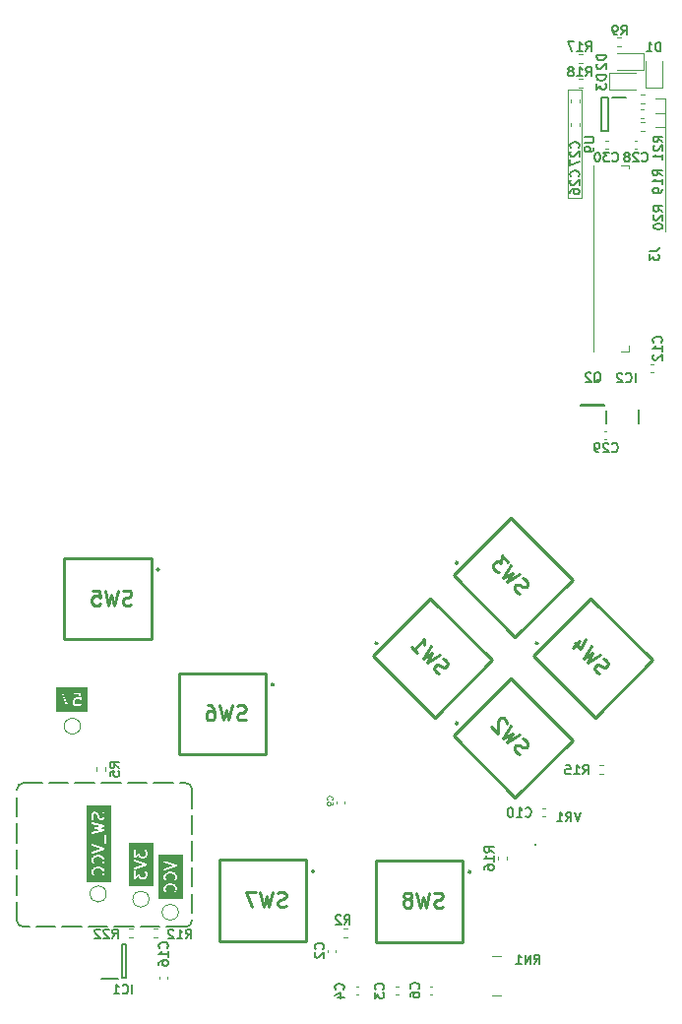
<source format=gbr>
%TF.GenerationSoftware,KiCad,Pcbnew,7.0.1*%
%TF.CreationDate,2024-09-27T15:08:14-07:00*%
%TF.ProjectId,agbc,61676263-2e6b-4696-9361-645f70636258,02*%
%TF.SameCoordinates,Original*%
%TF.FileFunction,Legend,Bot*%
%TF.FilePolarity,Positive*%
%FSLAX46Y46*%
G04 Gerber Fmt 4.6, Leading zero omitted, Abs format (unit mm)*
G04 Created by KiCad (PCBNEW 7.0.1) date 2024-09-27 15:08:14*
%MOMM*%
%LPD*%
G01*
G04 APERTURE LIST*
%ADD10C,0.150000*%
%ADD11C,0.100000*%
%ADD12C,0.254000*%
%ADD13C,0.120000*%
%ADD14C,0.200000*%
G04 APERTURE END LIST*
D10*
X108550000Y-113500000D02*
G75*
G03*
X108050000Y-114000000I0J-500000D01*
G01*
X122575000Y-125850000D02*
X120925000Y-125850000D01*
X120325000Y-125850000D02*
X118675000Y-125850000D01*
X118075000Y-125850000D02*
X116425000Y-125850000D01*
X115825000Y-125850000D02*
X114175000Y-125850000D01*
X113575000Y-125850000D02*
X111925000Y-125850000D01*
X111325000Y-125850000D02*
X109675000Y-125850000D01*
X109075000Y-125850000D02*
X108550000Y-125850000D01*
D11*
X162950000Y-54650000D02*
X163850000Y-54650000D01*
D10*
X123075000Y-114000000D02*
X123075000Y-115650000D01*
X123075000Y-116250000D02*
X123075000Y-117900000D01*
X123075000Y-118500000D02*
X123075000Y-120150000D01*
X123075000Y-120750000D02*
X123075000Y-122400000D01*
X123075000Y-123000000D02*
X123075000Y-124650000D01*
X123075000Y-125250000D02*
X123075000Y-125350000D01*
D11*
X162950000Y-55900000D02*
X163850000Y-55900000D01*
D10*
X123075000Y-114000000D02*
G75*
G03*
X122575000Y-113500000I-500000J0D01*
G01*
D11*
X162975000Y-57050000D02*
X163850000Y-57050000D01*
X163850000Y-54650000D02*
X163850000Y-66025000D01*
D10*
X122575000Y-125850000D02*
G75*
G03*
X123075000Y-125350000I0J500000D01*
G01*
D11*
X155400000Y-53875000D02*
X156650000Y-53875000D01*
X156650000Y-63200000D01*
X155400000Y-63200000D01*
X155400000Y-53875000D01*
D10*
X108050000Y-125350000D02*
G75*
G03*
X108550000Y-125850000I500000J0D01*
G01*
X108050000Y-125350000D02*
X108050000Y-123700000D01*
X108050000Y-123100000D02*
X108050000Y-121450000D01*
X108050000Y-120850000D02*
X108050000Y-119200000D01*
X108050000Y-118600000D02*
X108050000Y-116950000D01*
X108050000Y-116350000D02*
X108050000Y-114700000D01*
X108050000Y-114100000D02*
X108050000Y-114000000D01*
X108550000Y-113500000D02*
X110200000Y-113500000D01*
X110800000Y-113500000D02*
X112450000Y-113500000D01*
X113050000Y-113500000D02*
X114700000Y-113500000D01*
X115300000Y-113500000D02*
X116950000Y-113500000D01*
X117550000Y-113500000D02*
X119200000Y-113500000D01*
X119800000Y-113500000D02*
X121450000Y-113500000D01*
X122050000Y-113500000D02*
X122575000Y-113500000D01*
%TO.C,C12*%
X163468904Y-75585714D02*
X163507000Y-75547618D01*
X163507000Y-75547618D02*
X163545095Y-75433333D01*
X163545095Y-75433333D02*
X163545095Y-75357142D01*
X163545095Y-75357142D02*
X163507000Y-75242856D01*
X163507000Y-75242856D02*
X163430809Y-75166666D01*
X163430809Y-75166666D02*
X163354619Y-75128571D01*
X163354619Y-75128571D02*
X163202238Y-75090475D01*
X163202238Y-75090475D02*
X163087952Y-75090475D01*
X163087952Y-75090475D02*
X162935571Y-75128571D01*
X162935571Y-75128571D02*
X162859380Y-75166666D01*
X162859380Y-75166666D02*
X162783190Y-75242856D01*
X162783190Y-75242856D02*
X162745095Y-75357142D01*
X162745095Y-75357142D02*
X162745095Y-75433333D01*
X162745095Y-75433333D02*
X162783190Y-75547618D01*
X162783190Y-75547618D02*
X162821285Y-75585714D01*
X163545095Y-76347618D02*
X163545095Y-75890475D01*
X163545095Y-76119047D02*
X162745095Y-76119047D01*
X162745095Y-76119047D02*
X162859380Y-76042856D01*
X162859380Y-76042856D02*
X162935571Y-75966666D01*
X162935571Y-75966666D02*
X162973666Y-75890475D01*
X162821285Y-76652380D02*
X162783190Y-76690476D01*
X162783190Y-76690476D02*
X162745095Y-76766666D01*
X162745095Y-76766666D02*
X162745095Y-76957142D01*
X162745095Y-76957142D02*
X162783190Y-77033333D01*
X162783190Y-77033333D02*
X162821285Y-77071428D01*
X162821285Y-77071428D02*
X162897476Y-77109523D01*
X162897476Y-77109523D02*
X162973666Y-77109523D01*
X162973666Y-77109523D02*
X163087952Y-77071428D01*
X163087952Y-77071428D02*
X163545095Y-76614285D01*
X163545095Y-76614285D02*
X163545095Y-77109523D01*
D12*
%TO.C,SW6*%
X127708333Y-108031050D02*
X127526904Y-108091526D01*
X127526904Y-108091526D02*
X127224523Y-108091526D01*
X127224523Y-108091526D02*
X127103571Y-108031050D01*
X127103571Y-108031050D02*
X127043095Y-107970573D01*
X127043095Y-107970573D02*
X126982618Y-107849621D01*
X126982618Y-107849621D02*
X126982618Y-107728669D01*
X126982618Y-107728669D02*
X127043095Y-107607716D01*
X127043095Y-107607716D02*
X127103571Y-107547240D01*
X127103571Y-107547240D02*
X127224523Y-107486764D01*
X127224523Y-107486764D02*
X127466428Y-107426288D01*
X127466428Y-107426288D02*
X127587380Y-107365811D01*
X127587380Y-107365811D02*
X127647857Y-107305335D01*
X127647857Y-107305335D02*
X127708333Y-107184383D01*
X127708333Y-107184383D02*
X127708333Y-107063430D01*
X127708333Y-107063430D02*
X127647857Y-106942478D01*
X127647857Y-106942478D02*
X127587380Y-106882002D01*
X127587380Y-106882002D02*
X127466428Y-106821526D01*
X127466428Y-106821526D02*
X127164047Y-106821526D01*
X127164047Y-106821526D02*
X126982618Y-106882002D01*
X126559285Y-106821526D02*
X126256904Y-108091526D01*
X126256904Y-108091526D02*
X126014999Y-107184383D01*
X126014999Y-107184383D02*
X125773094Y-108091526D01*
X125773094Y-108091526D02*
X125470714Y-106821526D01*
X124442618Y-106821526D02*
X124684523Y-106821526D01*
X124684523Y-106821526D02*
X124805475Y-106882002D01*
X124805475Y-106882002D02*
X124865951Y-106942478D01*
X124865951Y-106942478D02*
X124986904Y-107123907D01*
X124986904Y-107123907D02*
X125047380Y-107365811D01*
X125047380Y-107365811D02*
X125047380Y-107849621D01*
X125047380Y-107849621D02*
X124986904Y-107970573D01*
X124986904Y-107970573D02*
X124926427Y-108031050D01*
X124926427Y-108031050D02*
X124805475Y-108091526D01*
X124805475Y-108091526D02*
X124563570Y-108091526D01*
X124563570Y-108091526D02*
X124442618Y-108031050D01*
X124442618Y-108031050D02*
X124382142Y-107970573D01*
X124382142Y-107970573D02*
X124321665Y-107849621D01*
X124321665Y-107849621D02*
X124321665Y-107547240D01*
X124321665Y-107547240D02*
X124382142Y-107426288D01*
X124382142Y-107426288D02*
X124442618Y-107365811D01*
X124442618Y-107365811D02*
X124563570Y-107305335D01*
X124563570Y-107305335D02*
X124805475Y-107305335D01*
X124805475Y-107305335D02*
X124926427Y-107365811D01*
X124926427Y-107365811D02*
X124986904Y-107426288D01*
X124986904Y-107426288D02*
X125047380Y-107547240D01*
D10*
%TO.C,C27*%
X156343904Y-58860714D02*
X156382000Y-58822618D01*
X156382000Y-58822618D02*
X156420095Y-58708333D01*
X156420095Y-58708333D02*
X156420095Y-58632142D01*
X156420095Y-58632142D02*
X156382000Y-58517856D01*
X156382000Y-58517856D02*
X156305809Y-58441666D01*
X156305809Y-58441666D02*
X156229619Y-58403571D01*
X156229619Y-58403571D02*
X156077238Y-58365475D01*
X156077238Y-58365475D02*
X155962952Y-58365475D01*
X155962952Y-58365475D02*
X155810571Y-58403571D01*
X155810571Y-58403571D02*
X155734380Y-58441666D01*
X155734380Y-58441666D02*
X155658190Y-58517856D01*
X155658190Y-58517856D02*
X155620095Y-58632142D01*
X155620095Y-58632142D02*
X155620095Y-58708333D01*
X155620095Y-58708333D02*
X155658190Y-58822618D01*
X155658190Y-58822618D02*
X155696285Y-58860714D01*
X155696285Y-59165475D02*
X155658190Y-59203571D01*
X155658190Y-59203571D02*
X155620095Y-59279761D01*
X155620095Y-59279761D02*
X155620095Y-59470237D01*
X155620095Y-59470237D02*
X155658190Y-59546428D01*
X155658190Y-59546428D02*
X155696285Y-59584523D01*
X155696285Y-59584523D02*
X155772476Y-59622618D01*
X155772476Y-59622618D02*
X155848666Y-59622618D01*
X155848666Y-59622618D02*
X155962952Y-59584523D01*
X155962952Y-59584523D02*
X156420095Y-59127380D01*
X156420095Y-59127380D02*
X156420095Y-59622618D01*
X155620095Y-59889285D02*
X155620095Y-60422619D01*
X155620095Y-60422619D02*
X156420095Y-60079761D01*
%TO.C,TP3*%
G36*
X119755357Y-122336309D02*
G01*
X117644643Y-122336309D01*
X117644643Y-121668817D01*
X118087514Y-121668817D01*
X118087619Y-121690528D01*
X118087619Y-121701258D01*
X118087671Y-121701437D01*
X118087727Y-121712860D01*
X118093747Y-121722129D01*
X118096862Y-121732736D01*
X118105495Y-121740216D01*
X118111717Y-121749796D01*
X118121793Y-121754339D01*
X118130148Y-121761578D01*
X118141454Y-121763203D01*
X118151869Y-121767899D01*
X118162803Y-121766273D01*
X118173743Y-121767846D01*
X118184132Y-121763101D01*
X118195434Y-121761421D01*
X118203754Y-121754140D01*
X118213807Y-121749550D01*
X118219982Y-121739941D01*
X118470212Y-121520989D01*
X118473496Y-121527557D01*
X118477814Y-121542260D01*
X118483167Y-121546898D01*
X118519902Y-121620367D01*
X118522585Y-121632699D01*
X118537212Y-121647326D01*
X118551274Y-121662444D01*
X118552692Y-121662806D01*
X118579127Y-121689241D01*
X118585571Y-121700091D01*
X118604080Y-121709345D01*
X118622194Y-121719236D01*
X118623652Y-121719131D01*
X118696898Y-121755754D01*
X118712025Y-121765476D01*
X118727355Y-121765476D01*
X118742438Y-121768190D01*
X118748982Y-121765476D01*
X118968102Y-121765476D01*
X118985986Y-121767407D01*
X118999699Y-121760550D01*
X119014402Y-121756233D01*
X119019040Y-121750879D01*
X119092509Y-121714144D01*
X119104840Y-121711462D01*
X119119460Y-121696842D01*
X119134586Y-121682773D01*
X119134948Y-121681354D01*
X119161383Y-121654920D01*
X119172234Y-121648476D01*
X119181489Y-121629964D01*
X119191379Y-121611854D01*
X119191274Y-121610394D01*
X119227897Y-121537148D01*
X119237619Y-121522022D01*
X119237619Y-121506692D01*
X119240333Y-121491609D01*
X119237619Y-121485065D01*
X119237619Y-121218317D01*
X119239549Y-121200442D01*
X119232694Y-121186732D01*
X119228376Y-121172026D01*
X119223021Y-121167386D01*
X119186286Y-121093916D01*
X119183604Y-121081586D01*
X119168988Y-121066970D01*
X119154916Y-121051842D01*
X119153496Y-121051479D01*
X119112788Y-121010771D01*
X119083994Y-120995049D01*
X119040063Y-120998192D01*
X119004805Y-121024587D01*
X118989413Y-121065854D01*
X118998775Y-121108891D01*
X119053360Y-121163473D01*
X119087619Y-121231990D01*
X119087619Y-121482294D01*
X119053360Y-121550811D01*
X119022951Y-121581219D01*
X118954437Y-121615476D01*
X118751753Y-121615476D01*
X118683235Y-121581217D01*
X118652828Y-121550810D01*
X118618571Y-121482295D01*
X118618571Y-121378967D01*
X118618676Y-121378802D01*
X118618571Y-121357091D01*
X118618571Y-121346361D01*
X118618518Y-121346181D01*
X118618463Y-121334759D01*
X118612442Y-121325489D01*
X118609328Y-121314883D01*
X118600694Y-121307402D01*
X118594473Y-121297823D01*
X118584396Y-121293279D01*
X118576042Y-121286041D01*
X118564735Y-121284415D01*
X118554321Y-121279720D01*
X118543386Y-121281345D01*
X118532447Y-121279773D01*
X118522057Y-121284517D01*
X118510756Y-121286198D01*
X118502435Y-121293478D01*
X118492383Y-121298069D01*
X118486207Y-121307677D01*
X118237619Y-121525193D01*
X118237619Y-121060647D01*
X118228376Y-121029169D01*
X118195090Y-121000327D01*
X118151495Y-120994059D01*
X118111431Y-121012355D01*
X118087619Y-121049407D01*
X118087619Y-121668652D01*
X118087514Y-121668817D01*
X117644643Y-121668817D01*
X117644643Y-120825013D01*
X118084897Y-120825013D01*
X118092737Y-120868353D01*
X118122764Y-120900575D01*
X118165444Y-120911448D01*
X119173467Y-120575440D01*
X119181916Y-120575746D01*
X119193949Y-120568613D01*
X119196564Y-120567742D01*
X119203195Y-120563133D01*
X119219804Y-120553289D01*
X119221110Y-120550682D01*
X119223504Y-120549019D01*
X119230884Y-120531176D01*
X119239536Y-120513913D01*
X119239225Y-120511013D01*
X119240340Y-120508320D01*
X119236903Y-120489325D01*
X119234848Y-120470119D01*
X119233018Y-120467846D01*
X119232500Y-120464980D01*
X119219343Y-120450861D01*
X119207228Y-120435813D01*
X119204461Y-120434890D01*
X119202474Y-120432758D01*
X119183763Y-120427991D01*
X118176107Y-120092106D01*
X118143322Y-120090921D01*
X118105434Y-120113378D01*
X118085702Y-120152754D01*
X118090389Y-120196547D01*
X118118010Y-120230854D01*
X118925447Y-120500000D01*
X118128673Y-120765591D01*
X118101733Y-120784314D01*
X118084897Y-120825013D01*
X117644643Y-120825013D01*
X117644643Y-119859293D01*
X118087514Y-119859293D01*
X118087619Y-119881004D01*
X118087619Y-119891734D01*
X118087671Y-119891913D01*
X118087727Y-119903336D01*
X118093747Y-119912605D01*
X118096862Y-119923212D01*
X118105495Y-119930692D01*
X118111717Y-119940272D01*
X118121793Y-119944815D01*
X118130148Y-119952054D01*
X118141454Y-119953679D01*
X118151869Y-119958375D01*
X118162803Y-119956749D01*
X118173743Y-119958322D01*
X118184132Y-119953577D01*
X118195434Y-119951897D01*
X118203754Y-119944616D01*
X118213807Y-119940026D01*
X118219982Y-119930417D01*
X118470212Y-119711465D01*
X118473496Y-119718033D01*
X118477814Y-119732736D01*
X118483167Y-119737374D01*
X118519902Y-119810843D01*
X118522585Y-119823175D01*
X118537212Y-119837802D01*
X118551274Y-119852920D01*
X118552692Y-119853282D01*
X118579127Y-119879717D01*
X118585571Y-119890567D01*
X118604080Y-119899821D01*
X118622194Y-119909712D01*
X118623652Y-119909607D01*
X118696898Y-119946230D01*
X118712025Y-119955952D01*
X118727355Y-119955952D01*
X118742438Y-119958666D01*
X118748982Y-119955952D01*
X118968102Y-119955952D01*
X118985986Y-119957883D01*
X118999699Y-119951026D01*
X119014402Y-119946709D01*
X119019040Y-119941355D01*
X119092509Y-119904620D01*
X119104840Y-119901938D01*
X119119460Y-119887318D01*
X119134586Y-119873249D01*
X119134948Y-119871830D01*
X119161383Y-119845396D01*
X119172234Y-119838952D01*
X119181489Y-119820440D01*
X119191379Y-119802330D01*
X119191274Y-119800870D01*
X119227897Y-119727624D01*
X119237619Y-119712498D01*
X119237619Y-119697168D01*
X119240333Y-119682085D01*
X119237619Y-119675541D01*
X119237619Y-119408793D01*
X119239549Y-119390918D01*
X119232694Y-119377208D01*
X119228376Y-119362502D01*
X119223021Y-119357862D01*
X119186286Y-119284392D01*
X119183604Y-119272062D01*
X119168988Y-119257446D01*
X119154916Y-119242318D01*
X119153496Y-119241955D01*
X119112788Y-119201247D01*
X119083994Y-119185525D01*
X119040063Y-119188668D01*
X119004805Y-119215063D01*
X118989413Y-119256330D01*
X118998775Y-119299367D01*
X119053360Y-119353949D01*
X119087619Y-119422466D01*
X119087619Y-119672770D01*
X119053360Y-119741287D01*
X119022951Y-119771695D01*
X118954437Y-119805952D01*
X118751753Y-119805952D01*
X118683235Y-119771693D01*
X118652828Y-119741286D01*
X118618571Y-119672771D01*
X118618571Y-119569443D01*
X118618676Y-119569278D01*
X118618571Y-119547567D01*
X118618571Y-119536837D01*
X118618518Y-119536657D01*
X118618463Y-119525235D01*
X118612442Y-119515965D01*
X118609328Y-119505359D01*
X118600694Y-119497878D01*
X118594473Y-119488299D01*
X118584396Y-119483755D01*
X118576042Y-119476517D01*
X118564735Y-119474891D01*
X118554321Y-119470196D01*
X118543386Y-119471821D01*
X118532447Y-119470249D01*
X118522057Y-119474993D01*
X118510756Y-119476674D01*
X118502435Y-119483954D01*
X118492383Y-119488545D01*
X118486207Y-119498153D01*
X118237619Y-119715669D01*
X118237619Y-119251123D01*
X118228376Y-119219645D01*
X118195090Y-119190803D01*
X118151495Y-119184535D01*
X118111431Y-119202831D01*
X118087619Y-119239883D01*
X118087619Y-119859128D01*
X118087514Y-119859293D01*
X117644643Y-119859293D01*
X117644643Y-118663690D01*
X119755357Y-118663690D01*
X119755357Y-122336309D01*
G37*
%TO.C,C26*%
X156343904Y-61335714D02*
X156382000Y-61297618D01*
X156382000Y-61297618D02*
X156420095Y-61183333D01*
X156420095Y-61183333D02*
X156420095Y-61107142D01*
X156420095Y-61107142D02*
X156382000Y-60992856D01*
X156382000Y-60992856D02*
X156305809Y-60916666D01*
X156305809Y-60916666D02*
X156229619Y-60878571D01*
X156229619Y-60878571D02*
X156077238Y-60840475D01*
X156077238Y-60840475D02*
X155962952Y-60840475D01*
X155962952Y-60840475D02*
X155810571Y-60878571D01*
X155810571Y-60878571D02*
X155734380Y-60916666D01*
X155734380Y-60916666D02*
X155658190Y-60992856D01*
X155658190Y-60992856D02*
X155620095Y-61107142D01*
X155620095Y-61107142D02*
X155620095Y-61183333D01*
X155620095Y-61183333D02*
X155658190Y-61297618D01*
X155658190Y-61297618D02*
X155696285Y-61335714D01*
X155696285Y-61640475D02*
X155658190Y-61678571D01*
X155658190Y-61678571D02*
X155620095Y-61754761D01*
X155620095Y-61754761D02*
X155620095Y-61945237D01*
X155620095Y-61945237D02*
X155658190Y-62021428D01*
X155658190Y-62021428D02*
X155696285Y-62059523D01*
X155696285Y-62059523D02*
X155772476Y-62097618D01*
X155772476Y-62097618D02*
X155848666Y-62097618D01*
X155848666Y-62097618D02*
X155962952Y-62059523D01*
X155962952Y-62059523D02*
X156420095Y-61602380D01*
X156420095Y-61602380D02*
X156420095Y-62097618D01*
X155620095Y-62783333D02*
X155620095Y-62630952D01*
X155620095Y-62630952D02*
X155658190Y-62554761D01*
X155658190Y-62554761D02*
X155696285Y-62516666D01*
X155696285Y-62516666D02*
X155810571Y-62440476D01*
X155810571Y-62440476D02*
X155962952Y-62402380D01*
X155962952Y-62402380D02*
X156267714Y-62402380D01*
X156267714Y-62402380D02*
X156343904Y-62440476D01*
X156343904Y-62440476D02*
X156382000Y-62478571D01*
X156382000Y-62478571D02*
X156420095Y-62554761D01*
X156420095Y-62554761D02*
X156420095Y-62707142D01*
X156420095Y-62707142D02*
X156382000Y-62783333D01*
X156382000Y-62783333D02*
X156343904Y-62821428D01*
X156343904Y-62821428D02*
X156267714Y-62859523D01*
X156267714Y-62859523D02*
X156077238Y-62859523D01*
X156077238Y-62859523D02*
X156001047Y-62821428D01*
X156001047Y-62821428D02*
X155962952Y-62783333D01*
X155962952Y-62783333D02*
X155924857Y-62707142D01*
X155924857Y-62707142D02*
X155924857Y-62554761D01*
X155924857Y-62554761D02*
X155962952Y-62478571D01*
X155962952Y-62478571D02*
X156001047Y-62440476D01*
X156001047Y-62440476D02*
X156077238Y-62402380D01*
%TO.C,TP4*%
G36*
X114135119Y-107405357D02*
G01*
X111414881Y-107405357D01*
X111414881Y-105815444D01*
X111887361Y-105815444D01*
X112223368Y-106823468D01*
X112223063Y-106831916D01*
X112230195Y-106843949D01*
X112231067Y-106846564D01*
X112235675Y-106853195D01*
X112245520Y-106869804D01*
X112248126Y-106871110D01*
X112249790Y-106873504D01*
X112267632Y-106880884D01*
X112284896Y-106889536D01*
X112287795Y-106889225D01*
X112290489Y-106890340D01*
X112309476Y-106886905D01*
X112328689Y-106884849D01*
X112330962Y-106883018D01*
X112333829Y-106882500D01*
X112347947Y-106869343D01*
X112362996Y-106857228D01*
X112363918Y-106854461D01*
X112366051Y-106852474D01*
X112370817Y-106833763D01*
X112517926Y-106392438D01*
X112840143Y-106392438D01*
X112842857Y-106398982D01*
X112842857Y-106618102D01*
X112840926Y-106635986D01*
X112847782Y-106649699D01*
X112852100Y-106664402D01*
X112857453Y-106669040D01*
X112894188Y-106742509D01*
X112896871Y-106754840D01*
X112911490Y-106769460D01*
X112925560Y-106784586D01*
X112926978Y-106784948D01*
X112953412Y-106811383D01*
X112959857Y-106822234D01*
X112978368Y-106831489D01*
X112996479Y-106841379D01*
X112997938Y-106841274D01*
X113071184Y-106877897D01*
X113086311Y-106887619D01*
X113101641Y-106887619D01*
X113116724Y-106890333D01*
X113123268Y-106887619D01*
X113342388Y-106887619D01*
X113360272Y-106889550D01*
X113373985Y-106882693D01*
X113388688Y-106878376D01*
X113393326Y-106873022D01*
X113466794Y-106836287D01*
X113479128Y-106833605D01*
X113493759Y-106818972D01*
X113508872Y-106804916D01*
X113509234Y-106803496D01*
X113549942Y-106762788D01*
X113565665Y-106733994D01*
X113562522Y-106690063D01*
X113536127Y-106654805D01*
X113494860Y-106639413D01*
X113451823Y-106648776D01*
X113397237Y-106703361D01*
X113328723Y-106737619D01*
X113126039Y-106737619D01*
X113057521Y-106703360D01*
X113027113Y-106672951D01*
X112992857Y-106604437D01*
X112992857Y-106401753D01*
X113027116Y-106333235D01*
X113057521Y-106302829D01*
X113126037Y-106268571D01*
X113328722Y-106268571D01*
X113397240Y-106302830D01*
X113425498Y-106331088D01*
X113428059Y-106337402D01*
X113440797Y-106346387D01*
X113443876Y-106349466D01*
X113449568Y-106352574D01*
X113464050Y-106362789D01*
X113468639Y-106362987D01*
X113472670Y-106365188D01*
X113490345Y-106363923D01*
X113508052Y-106364688D01*
X113512019Y-106362373D01*
X113516601Y-106362046D01*
X113530786Y-106351426D01*
X113546097Y-106342496D01*
X113548183Y-106338403D01*
X113551859Y-106335652D01*
X113558050Y-106319053D01*
X113566104Y-106303259D01*
X113565646Y-106298688D01*
X113567252Y-106294385D01*
X113563484Y-106277067D01*
X113517202Y-105814245D01*
X113519036Y-105801495D01*
X113510560Y-105782934D01*
X113502892Y-105764026D01*
X113501465Y-105763019D01*
X113500740Y-105761431D01*
X113483564Y-105750392D01*
X113466901Y-105738639D01*
X113465158Y-105738563D01*
X113463688Y-105737619D01*
X113443266Y-105737619D01*
X113422899Y-105736740D01*
X113421392Y-105737619D01*
X112954694Y-105737619D01*
X112923216Y-105746862D01*
X112894374Y-105780148D01*
X112888106Y-105823743D01*
X112906402Y-105863807D01*
X112943454Y-105887619D01*
X113373792Y-105887619D01*
X113398611Y-106135809D01*
X113383579Y-106128294D01*
X113368450Y-106118571D01*
X113353120Y-106118571D01*
X113338037Y-106115857D01*
X113331493Y-106118571D01*
X113112364Y-106118571D01*
X113094489Y-106116641D01*
X113080779Y-106123495D01*
X113066073Y-106127814D01*
X113061433Y-106133168D01*
X112987964Y-106169902D01*
X112975634Y-106172585D01*
X112961014Y-106187204D01*
X112945889Y-106201274D01*
X112945526Y-106202692D01*
X112919091Y-106229127D01*
X112908242Y-106235571D01*
X112898991Y-106254071D01*
X112889096Y-106272194D01*
X112889200Y-106273654D01*
X112852580Y-106346895D01*
X112842857Y-106362025D01*
X112842857Y-106377355D01*
X112840143Y-106392438D01*
X112517926Y-106392438D01*
X112706703Y-105826108D01*
X112707888Y-105793322D01*
X112685431Y-105755434D01*
X112646055Y-105735702D01*
X112602261Y-105740390D01*
X112567955Y-105768010D01*
X112298809Y-106575447D01*
X112033218Y-105778673D01*
X112014495Y-105751733D01*
X111973796Y-105734897D01*
X111930456Y-105742737D01*
X111898234Y-105772764D01*
X111887361Y-105815444D01*
X111414881Y-105815444D01*
X111414881Y-105294643D01*
X114135119Y-105294643D01*
X114135119Y-107405357D01*
G37*
%TO.C,C16*%
X120968904Y-127660714D02*
X121007000Y-127622618D01*
X121007000Y-127622618D02*
X121045095Y-127508333D01*
X121045095Y-127508333D02*
X121045095Y-127432142D01*
X121045095Y-127432142D02*
X121007000Y-127317856D01*
X121007000Y-127317856D02*
X120930809Y-127241666D01*
X120930809Y-127241666D02*
X120854619Y-127203571D01*
X120854619Y-127203571D02*
X120702238Y-127165475D01*
X120702238Y-127165475D02*
X120587952Y-127165475D01*
X120587952Y-127165475D02*
X120435571Y-127203571D01*
X120435571Y-127203571D02*
X120359380Y-127241666D01*
X120359380Y-127241666D02*
X120283190Y-127317856D01*
X120283190Y-127317856D02*
X120245095Y-127432142D01*
X120245095Y-127432142D02*
X120245095Y-127508333D01*
X120245095Y-127508333D02*
X120283190Y-127622618D01*
X120283190Y-127622618D02*
X120321285Y-127660714D01*
X121045095Y-128422618D02*
X121045095Y-127965475D01*
X121045095Y-128194047D02*
X120245095Y-128194047D01*
X120245095Y-128194047D02*
X120359380Y-128117856D01*
X120359380Y-128117856D02*
X120435571Y-128041666D01*
X120435571Y-128041666D02*
X120473666Y-127965475D01*
X120245095Y-129108333D02*
X120245095Y-128955952D01*
X120245095Y-128955952D02*
X120283190Y-128879761D01*
X120283190Y-128879761D02*
X120321285Y-128841666D01*
X120321285Y-128841666D02*
X120435571Y-128765476D01*
X120435571Y-128765476D02*
X120587952Y-128727380D01*
X120587952Y-128727380D02*
X120892714Y-128727380D01*
X120892714Y-128727380D02*
X120968904Y-128765476D01*
X120968904Y-128765476D02*
X121007000Y-128803571D01*
X121007000Y-128803571D02*
X121045095Y-128879761D01*
X121045095Y-128879761D02*
X121045095Y-129032142D01*
X121045095Y-129032142D02*
X121007000Y-129108333D01*
X121007000Y-129108333D02*
X120968904Y-129146428D01*
X120968904Y-129146428D02*
X120892714Y-129184523D01*
X120892714Y-129184523D02*
X120702238Y-129184523D01*
X120702238Y-129184523D02*
X120626047Y-129146428D01*
X120626047Y-129146428D02*
X120587952Y-129108333D01*
X120587952Y-129108333D02*
X120549857Y-129032142D01*
X120549857Y-129032142D02*
X120549857Y-128879761D01*
X120549857Y-128879761D02*
X120587952Y-128803571D01*
X120587952Y-128803571D02*
X120626047Y-128765476D01*
X120626047Y-128765476D02*
X120702238Y-128727380D01*
%TO.C,D3*%
X158695095Y-52609524D02*
X157895095Y-52609524D01*
X157895095Y-52609524D02*
X157895095Y-52800000D01*
X157895095Y-52800000D02*
X157933190Y-52914286D01*
X157933190Y-52914286D02*
X158009380Y-52990476D01*
X158009380Y-52990476D02*
X158085571Y-53028571D01*
X158085571Y-53028571D02*
X158237952Y-53066667D01*
X158237952Y-53066667D02*
X158352238Y-53066667D01*
X158352238Y-53066667D02*
X158504619Y-53028571D01*
X158504619Y-53028571D02*
X158580809Y-52990476D01*
X158580809Y-52990476D02*
X158657000Y-52914286D01*
X158657000Y-52914286D02*
X158695095Y-52800000D01*
X158695095Y-52800000D02*
X158695095Y-52609524D01*
X157895095Y-53333333D02*
X157895095Y-53828571D01*
X157895095Y-53828571D02*
X158199857Y-53561905D01*
X158199857Y-53561905D02*
X158199857Y-53676190D01*
X158199857Y-53676190D02*
X158237952Y-53752381D01*
X158237952Y-53752381D02*
X158276047Y-53790476D01*
X158276047Y-53790476D02*
X158352238Y-53828571D01*
X158352238Y-53828571D02*
X158542714Y-53828571D01*
X158542714Y-53828571D02*
X158618904Y-53790476D01*
X158618904Y-53790476D02*
X158657000Y-53752381D01*
X158657000Y-53752381D02*
X158695095Y-53676190D01*
X158695095Y-53676190D02*
X158695095Y-53447619D01*
X158695095Y-53447619D02*
X158657000Y-53371428D01*
X158657000Y-53371428D02*
X158618904Y-53333333D01*
%TO.C,VR1*%
X156522618Y-115995095D02*
X156255951Y-116795095D01*
X156255951Y-116795095D02*
X155989285Y-115995095D01*
X155265475Y-116795095D02*
X155532142Y-116414142D01*
X155722618Y-116795095D02*
X155722618Y-115995095D01*
X155722618Y-115995095D02*
X155417856Y-115995095D01*
X155417856Y-115995095D02*
X155341666Y-116033190D01*
X155341666Y-116033190D02*
X155303571Y-116071285D01*
X155303571Y-116071285D02*
X155265475Y-116147476D01*
X155265475Y-116147476D02*
X155265475Y-116261761D01*
X155265475Y-116261761D02*
X155303571Y-116337952D01*
X155303571Y-116337952D02*
X155341666Y-116376047D01*
X155341666Y-116376047D02*
X155417856Y-116414142D01*
X155417856Y-116414142D02*
X155722618Y-116414142D01*
X154503571Y-116795095D02*
X154960714Y-116795095D01*
X154732142Y-116795095D02*
X154732142Y-115995095D01*
X154732142Y-115995095D02*
X154808333Y-116109380D01*
X154808333Y-116109380D02*
X154884523Y-116185571D01*
X154884523Y-116185571D02*
X154960714Y-116223666D01*
%TO.C,R22*%
X116239285Y-126845095D02*
X116505952Y-126464142D01*
X116696428Y-126845095D02*
X116696428Y-126045095D01*
X116696428Y-126045095D02*
X116391666Y-126045095D01*
X116391666Y-126045095D02*
X116315476Y-126083190D01*
X116315476Y-126083190D02*
X116277381Y-126121285D01*
X116277381Y-126121285D02*
X116239285Y-126197476D01*
X116239285Y-126197476D02*
X116239285Y-126311761D01*
X116239285Y-126311761D02*
X116277381Y-126387952D01*
X116277381Y-126387952D02*
X116315476Y-126426047D01*
X116315476Y-126426047D02*
X116391666Y-126464142D01*
X116391666Y-126464142D02*
X116696428Y-126464142D01*
X115934524Y-126121285D02*
X115896428Y-126083190D01*
X115896428Y-126083190D02*
X115820238Y-126045095D01*
X115820238Y-126045095D02*
X115629762Y-126045095D01*
X115629762Y-126045095D02*
X115553571Y-126083190D01*
X115553571Y-126083190D02*
X115515476Y-126121285D01*
X115515476Y-126121285D02*
X115477381Y-126197476D01*
X115477381Y-126197476D02*
X115477381Y-126273666D01*
X115477381Y-126273666D02*
X115515476Y-126387952D01*
X115515476Y-126387952D02*
X115972619Y-126845095D01*
X115972619Y-126845095D02*
X115477381Y-126845095D01*
X115172619Y-126121285D02*
X115134523Y-126083190D01*
X115134523Y-126083190D02*
X115058333Y-126045095D01*
X115058333Y-126045095D02*
X114867857Y-126045095D01*
X114867857Y-126045095D02*
X114791666Y-126083190D01*
X114791666Y-126083190D02*
X114753571Y-126121285D01*
X114753571Y-126121285D02*
X114715476Y-126197476D01*
X114715476Y-126197476D02*
X114715476Y-126273666D01*
X114715476Y-126273666D02*
X114753571Y-126387952D01*
X114753571Y-126387952D02*
X115210714Y-126845095D01*
X115210714Y-126845095D02*
X114715476Y-126845095D01*
%TO.C,C30*%
X159264285Y-59993904D02*
X159302381Y-60032000D01*
X159302381Y-60032000D02*
X159416666Y-60070095D01*
X159416666Y-60070095D02*
X159492857Y-60070095D01*
X159492857Y-60070095D02*
X159607143Y-60032000D01*
X159607143Y-60032000D02*
X159683333Y-59955809D01*
X159683333Y-59955809D02*
X159721428Y-59879619D01*
X159721428Y-59879619D02*
X159759524Y-59727238D01*
X159759524Y-59727238D02*
X159759524Y-59612952D01*
X159759524Y-59612952D02*
X159721428Y-59460571D01*
X159721428Y-59460571D02*
X159683333Y-59384380D01*
X159683333Y-59384380D02*
X159607143Y-59308190D01*
X159607143Y-59308190D02*
X159492857Y-59270095D01*
X159492857Y-59270095D02*
X159416666Y-59270095D01*
X159416666Y-59270095D02*
X159302381Y-59308190D01*
X159302381Y-59308190D02*
X159264285Y-59346285D01*
X158997619Y-59270095D02*
X158502381Y-59270095D01*
X158502381Y-59270095D02*
X158769047Y-59574857D01*
X158769047Y-59574857D02*
X158654762Y-59574857D01*
X158654762Y-59574857D02*
X158578571Y-59612952D01*
X158578571Y-59612952D02*
X158540476Y-59651047D01*
X158540476Y-59651047D02*
X158502381Y-59727238D01*
X158502381Y-59727238D02*
X158502381Y-59917714D01*
X158502381Y-59917714D02*
X158540476Y-59993904D01*
X158540476Y-59993904D02*
X158578571Y-60032000D01*
X158578571Y-60032000D02*
X158654762Y-60070095D01*
X158654762Y-60070095D02*
X158883333Y-60070095D01*
X158883333Y-60070095D02*
X158959524Y-60032000D01*
X158959524Y-60032000D02*
X158997619Y-59993904D01*
X158007142Y-59270095D02*
X157930952Y-59270095D01*
X157930952Y-59270095D02*
X157854761Y-59308190D01*
X157854761Y-59308190D02*
X157816666Y-59346285D01*
X157816666Y-59346285D02*
X157778571Y-59422476D01*
X157778571Y-59422476D02*
X157740476Y-59574857D01*
X157740476Y-59574857D02*
X157740476Y-59765333D01*
X157740476Y-59765333D02*
X157778571Y-59917714D01*
X157778571Y-59917714D02*
X157816666Y-59993904D01*
X157816666Y-59993904D02*
X157854761Y-60032000D01*
X157854761Y-60032000D02*
X157930952Y-60070095D01*
X157930952Y-60070095D02*
X158007142Y-60070095D01*
X158007142Y-60070095D02*
X158083333Y-60032000D01*
X158083333Y-60032000D02*
X158121428Y-59993904D01*
X158121428Y-59993904D02*
X158159523Y-59917714D01*
X158159523Y-59917714D02*
X158197619Y-59765333D01*
X158197619Y-59765333D02*
X158197619Y-59574857D01*
X158197619Y-59574857D02*
X158159523Y-59422476D01*
X158159523Y-59422476D02*
X158121428Y-59346285D01*
X158121428Y-59346285D02*
X158083333Y-59308190D01*
X158083333Y-59308190D02*
X158007142Y-59270095D01*
%TO.C,TP2*%
G36*
X122330357Y-123458928D02*
G01*
X120219643Y-123458928D01*
X120219643Y-122625444D01*
X120659504Y-122625444D01*
X120666041Y-122645056D01*
X120671862Y-122664879D01*
X120672968Y-122665837D01*
X120712810Y-122785363D01*
X120716633Y-122802937D01*
X120727473Y-122813777D01*
X120736219Y-122826361D01*
X120742764Y-122829068D01*
X120787448Y-122873752D01*
X120816242Y-122889474D01*
X120860173Y-122886332D01*
X120895431Y-122859938D01*
X120910824Y-122818671D01*
X120901462Y-122775634D01*
X120850790Y-122724962D01*
X120812619Y-122610447D01*
X120812619Y-122539551D01*
X120850790Y-122425037D01*
X120924902Y-122350925D01*
X121001888Y-122312431D01*
X121175424Y-122269048D01*
X121299812Y-122269048D01*
X121473345Y-122312431D01*
X121550335Y-122350926D01*
X121624447Y-122425038D01*
X121662619Y-122539552D01*
X121662619Y-122610449D01*
X121624447Y-122724962D01*
X121581723Y-122767685D01*
X121566001Y-122796479D01*
X121569143Y-122840410D01*
X121595536Y-122875669D01*
X121636803Y-122891062D01*
X121679840Y-122881700D01*
X121740177Y-122821364D01*
X121754187Y-122810085D01*
X121759034Y-122795541D01*
X121766379Y-122782092D01*
X121765873Y-122775025D01*
X121805797Y-122655255D01*
X121812619Y-122644641D01*
X121812619Y-122623962D01*
X121813365Y-122603322D01*
X121812619Y-122602063D01*
X121812619Y-122536783D01*
X121815734Y-122524555D01*
X121809194Y-122504935D01*
X121803376Y-122485121D01*
X121802269Y-122484162D01*
X121762427Y-122364633D01*
X121758605Y-122347063D01*
X121747766Y-122336224D01*
X121739019Y-122323638D01*
X121732471Y-122320929D01*
X121654442Y-122242901D01*
X121647999Y-122232052D01*
X121629494Y-122222799D01*
X121611375Y-122212906D01*
X121609915Y-122213010D01*
X121545011Y-122180558D01*
X121539077Y-122174247D01*
X121525699Y-122170902D01*
X121523420Y-122169763D01*
X121515287Y-122168299D01*
X121339210Y-122124280D01*
X121331069Y-122119048D01*
X121318281Y-122119048D01*
X121316777Y-122118672D01*
X121307531Y-122119048D01*
X121178533Y-122119048D01*
X121169364Y-122115946D01*
X121156956Y-122119048D01*
X121155408Y-122119048D01*
X121146538Y-122121652D01*
X120970481Y-122165666D01*
X120961870Y-122164737D01*
X120949539Y-122170902D01*
X120947064Y-122171521D01*
X120939925Y-122175708D01*
X120855345Y-122217998D01*
X120843015Y-122220681D01*
X120828395Y-122235300D01*
X120813270Y-122249370D01*
X120812907Y-122250788D01*
X120735058Y-122328637D01*
X120721051Y-122339915D01*
X120716203Y-122354456D01*
X120708858Y-122367909D01*
X120709363Y-122374976D01*
X120669441Y-122494743D01*
X120662619Y-122505359D01*
X120662619Y-122526039D01*
X120661873Y-122546678D01*
X120662619Y-122547937D01*
X120662619Y-122613217D01*
X120659504Y-122625444D01*
X120219643Y-122625444D01*
X120219643Y-121625444D01*
X120659504Y-121625444D01*
X120666041Y-121645056D01*
X120671862Y-121664879D01*
X120672968Y-121665837D01*
X120712810Y-121785363D01*
X120716633Y-121802937D01*
X120727473Y-121813777D01*
X120736219Y-121826361D01*
X120742764Y-121829068D01*
X120787448Y-121873752D01*
X120816242Y-121889474D01*
X120860173Y-121886332D01*
X120895431Y-121859938D01*
X120910824Y-121818671D01*
X120901462Y-121775634D01*
X120850790Y-121724962D01*
X120812619Y-121610447D01*
X120812619Y-121539551D01*
X120850790Y-121425037D01*
X120924902Y-121350925D01*
X121001888Y-121312431D01*
X121175424Y-121269048D01*
X121299812Y-121269048D01*
X121473345Y-121312431D01*
X121550335Y-121350926D01*
X121624447Y-121425038D01*
X121662619Y-121539552D01*
X121662619Y-121610449D01*
X121624447Y-121724962D01*
X121581723Y-121767685D01*
X121566001Y-121796479D01*
X121569143Y-121840410D01*
X121595536Y-121875669D01*
X121636803Y-121891062D01*
X121679840Y-121881700D01*
X121740177Y-121821364D01*
X121754187Y-121810085D01*
X121759034Y-121795541D01*
X121766379Y-121782092D01*
X121765873Y-121775025D01*
X121805797Y-121655255D01*
X121812619Y-121644641D01*
X121812619Y-121623962D01*
X121813365Y-121603322D01*
X121812619Y-121602063D01*
X121812619Y-121536783D01*
X121815734Y-121524555D01*
X121809194Y-121504935D01*
X121803376Y-121485121D01*
X121802269Y-121484162D01*
X121762427Y-121364633D01*
X121758605Y-121347063D01*
X121747766Y-121336224D01*
X121739019Y-121323638D01*
X121732471Y-121320929D01*
X121654442Y-121242901D01*
X121647999Y-121232052D01*
X121629494Y-121222799D01*
X121611375Y-121212906D01*
X121609915Y-121213010D01*
X121545011Y-121180558D01*
X121539077Y-121174247D01*
X121525699Y-121170902D01*
X121523420Y-121169763D01*
X121515287Y-121168299D01*
X121339210Y-121124280D01*
X121331069Y-121119048D01*
X121318281Y-121119048D01*
X121316777Y-121118672D01*
X121307531Y-121119048D01*
X121178533Y-121119048D01*
X121169364Y-121115946D01*
X121156956Y-121119048D01*
X121155408Y-121119048D01*
X121146538Y-121121652D01*
X120970481Y-121165666D01*
X120961870Y-121164737D01*
X120949539Y-121170902D01*
X120947064Y-121171521D01*
X120939925Y-121175708D01*
X120855345Y-121217998D01*
X120843015Y-121220681D01*
X120828395Y-121235300D01*
X120813270Y-121249370D01*
X120812907Y-121250788D01*
X120735058Y-121328637D01*
X120721051Y-121339915D01*
X120716203Y-121354456D01*
X120708858Y-121367909D01*
X120709363Y-121374976D01*
X120669441Y-121494743D01*
X120662619Y-121505359D01*
X120662619Y-121526039D01*
X120661873Y-121546678D01*
X120662619Y-121547937D01*
X120662619Y-121613217D01*
X120659504Y-121625444D01*
X120219643Y-121625444D01*
X120219643Y-120900013D01*
X120659897Y-120900013D01*
X120667737Y-120943353D01*
X120697764Y-120975575D01*
X120740444Y-120986448D01*
X121748467Y-120650440D01*
X121756916Y-120650746D01*
X121768949Y-120643613D01*
X121771564Y-120642742D01*
X121778195Y-120638133D01*
X121794804Y-120628289D01*
X121796110Y-120625682D01*
X121798504Y-120624019D01*
X121805884Y-120606176D01*
X121814536Y-120588913D01*
X121814225Y-120586013D01*
X121815340Y-120583320D01*
X121811903Y-120564325D01*
X121809848Y-120545119D01*
X121808018Y-120542846D01*
X121807500Y-120539980D01*
X121794343Y-120525861D01*
X121782228Y-120510813D01*
X121779461Y-120509890D01*
X121777474Y-120507758D01*
X121758763Y-120502991D01*
X120751107Y-120167106D01*
X120718322Y-120165921D01*
X120680434Y-120188378D01*
X120660702Y-120227754D01*
X120665389Y-120271547D01*
X120693010Y-120305854D01*
X121500447Y-120575000D01*
X120703673Y-120840591D01*
X120676733Y-120859314D01*
X120659897Y-120900013D01*
X120219643Y-120900013D01*
X120219643Y-119691071D01*
X122330357Y-119691071D01*
X122330357Y-123458928D01*
G37*
%TO.C,R2*%
X136183332Y-125645095D02*
X136449999Y-125264142D01*
X136640475Y-125645095D02*
X136640475Y-124845095D01*
X136640475Y-124845095D02*
X136335713Y-124845095D01*
X136335713Y-124845095D02*
X136259523Y-124883190D01*
X136259523Y-124883190D02*
X136221428Y-124921285D01*
X136221428Y-124921285D02*
X136183332Y-124997476D01*
X136183332Y-124997476D02*
X136183332Y-125111761D01*
X136183332Y-125111761D02*
X136221428Y-125187952D01*
X136221428Y-125187952D02*
X136259523Y-125226047D01*
X136259523Y-125226047D02*
X136335713Y-125264142D01*
X136335713Y-125264142D02*
X136640475Y-125264142D01*
X135878571Y-124921285D02*
X135840475Y-124883190D01*
X135840475Y-124883190D02*
X135764285Y-124845095D01*
X135764285Y-124845095D02*
X135573809Y-124845095D01*
X135573809Y-124845095D02*
X135497618Y-124883190D01*
X135497618Y-124883190D02*
X135459523Y-124921285D01*
X135459523Y-124921285D02*
X135421428Y-124997476D01*
X135421428Y-124997476D02*
X135421428Y-125073666D01*
X135421428Y-125073666D02*
X135459523Y-125187952D01*
X135459523Y-125187952D02*
X135916666Y-125645095D01*
X135916666Y-125645095D02*
X135421428Y-125645095D01*
%TO.C,U9*%
X156870095Y-57965476D02*
X157517714Y-57965476D01*
X157517714Y-57965476D02*
X157593904Y-58003571D01*
X157593904Y-58003571D02*
X157632000Y-58041666D01*
X157632000Y-58041666D02*
X157670095Y-58117857D01*
X157670095Y-58117857D02*
X157670095Y-58270238D01*
X157670095Y-58270238D02*
X157632000Y-58346428D01*
X157632000Y-58346428D02*
X157593904Y-58384523D01*
X157593904Y-58384523D02*
X157517714Y-58422619D01*
X157517714Y-58422619D02*
X156870095Y-58422619D01*
X157670095Y-58841666D02*
X157670095Y-58994047D01*
X157670095Y-58994047D02*
X157632000Y-59070237D01*
X157632000Y-59070237D02*
X157593904Y-59108333D01*
X157593904Y-59108333D02*
X157479619Y-59184523D01*
X157479619Y-59184523D02*
X157327238Y-59222618D01*
X157327238Y-59222618D02*
X157022476Y-59222618D01*
X157022476Y-59222618D02*
X156946285Y-59184523D01*
X156946285Y-59184523D02*
X156908190Y-59146428D01*
X156908190Y-59146428D02*
X156870095Y-59070237D01*
X156870095Y-59070237D02*
X156870095Y-58917856D01*
X156870095Y-58917856D02*
X156908190Y-58841666D01*
X156908190Y-58841666D02*
X156946285Y-58803571D01*
X156946285Y-58803571D02*
X157022476Y-58765475D01*
X157022476Y-58765475D02*
X157212952Y-58765475D01*
X157212952Y-58765475D02*
X157289142Y-58803571D01*
X157289142Y-58803571D02*
X157327238Y-58841666D01*
X157327238Y-58841666D02*
X157365333Y-58917856D01*
X157365333Y-58917856D02*
X157365333Y-59070237D01*
X157365333Y-59070237D02*
X157327238Y-59146428D01*
X157327238Y-59146428D02*
X157289142Y-59184523D01*
X157289142Y-59184523D02*
X157212952Y-59222618D01*
%TO.C,RN1*%
X152552380Y-129045095D02*
X152819047Y-128664142D01*
X153009523Y-129045095D02*
X153009523Y-128245095D01*
X153009523Y-128245095D02*
X152704761Y-128245095D01*
X152704761Y-128245095D02*
X152628571Y-128283190D01*
X152628571Y-128283190D02*
X152590476Y-128321285D01*
X152590476Y-128321285D02*
X152552380Y-128397476D01*
X152552380Y-128397476D02*
X152552380Y-128511761D01*
X152552380Y-128511761D02*
X152590476Y-128587952D01*
X152590476Y-128587952D02*
X152628571Y-128626047D01*
X152628571Y-128626047D02*
X152704761Y-128664142D01*
X152704761Y-128664142D02*
X153009523Y-128664142D01*
X152209523Y-129045095D02*
X152209523Y-128245095D01*
X152209523Y-128245095D02*
X151752380Y-129045095D01*
X151752380Y-129045095D02*
X151752380Y-128245095D01*
X150952381Y-129045095D02*
X151409524Y-129045095D01*
X151180952Y-129045095D02*
X151180952Y-128245095D01*
X151180952Y-128245095D02*
X151257143Y-128359380D01*
X151257143Y-128359380D02*
X151333333Y-128435571D01*
X151333333Y-128435571D02*
X151409524Y-128473666D01*
D12*
%TO.C,SW4*%
X158163752Y-104102607D02*
X157992700Y-104017080D01*
X157992700Y-104017080D02*
X157778884Y-103803265D01*
X157778884Y-103803265D02*
X157736121Y-103674975D01*
X157736121Y-103674975D02*
X157736121Y-103589449D01*
X157736121Y-103589449D02*
X157778884Y-103461160D01*
X157778884Y-103461160D02*
X157864410Y-103375633D01*
X157864410Y-103375633D02*
X157992700Y-103332870D01*
X157992700Y-103332870D02*
X158078226Y-103332870D01*
X158078226Y-103332870D02*
X158206515Y-103375633D01*
X158206515Y-103375633D02*
X158420331Y-103503923D01*
X158420331Y-103503923D02*
X158548620Y-103546686D01*
X158548620Y-103546686D02*
X158634147Y-103546686D01*
X158634147Y-103546686D02*
X158762436Y-103503923D01*
X158762436Y-103503923D02*
X158847962Y-103418397D01*
X158847962Y-103418397D02*
X158890725Y-103290107D01*
X158890725Y-103290107D02*
X158890725Y-103204581D01*
X158890725Y-103204581D02*
X158847962Y-103076292D01*
X158847962Y-103076292D02*
X158634147Y-102862476D01*
X158634147Y-102862476D02*
X158463094Y-102776950D01*
X158206515Y-102434845D02*
X157094674Y-103119055D01*
X157094674Y-103119055D02*
X157565068Y-102306555D01*
X157565068Y-102306555D02*
X156752569Y-102776950D01*
X156752569Y-102776950D02*
X157436779Y-101665108D01*
X156410464Y-101237477D02*
X155811780Y-101836161D01*
X156966384Y-101109187D02*
X156538753Y-101964450D01*
X156538753Y-101964450D02*
X155982833Y-101408529D01*
D10*
%TO.C,C28*%
X161814285Y-59993904D02*
X161852381Y-60032000D01*
X161852381Y-60032000D02*
X161966666Y-60070095D01*
X161966666Y-60070095D02*
X162042857Y-60070095D01*
X162042857Y-60070095D02*
X162157143Y-60032000D01*
X162157143Y-60032000D02*
X162233333Y-59955809D01*
X162233333Y-59955809D02*
X162271428Y-59879619D01*
X162271428Y-59879619D02*
X162309524Y-59727238D01*
X162309524Y-59727238D02*
X162309524Y-59612952D01*
X162309524Y-59612952D02*
X162271428Y-59460571D01*
X162271428Y-59460571D02*
X162233333Y-59384380D01*
X162233333Y-59384380D02*
X162157143Y-59308190D01*
X162157143Y-59308190D02*
X162042857Y-59270095D01*
X162042857Y-59270095D02*
X161966666Y-59270095D01*
X161966666Y-59270095D02*
X161852381Y-59308190D01*
X161852381Y-59308190D02*
X161814285Y-59346285D01*
X161509524Y-59346285D02*
X161471428Y-59308190D01*
X161471428Y-59308190D02*
X161395238Y-59270095D01*
X161395238Y-59270095D02*
X161204762Y-59270095D01*
X161204762Y-59270095D02*
X161128571Y-59308190D01*
X161128571Y-59308190D02*
X161090476Y-59346285D01*
X161090476Y-59346285D02*
X161052381Y-59422476D01*
X161052381Y-59422476D02*
X161052381Y-59498666D01*
X161052381Y-59498666D02*
X161090476Y-59612952D01*
X161090476Y-59612952D02*
X161547619Y-60070095D01*
X161547619Y-60070095D02*
X161052381Y-60070095D01*
X160595238Y-59612952D02*
X160671428Y-59574857D01*
X160671428Y-59574857D02*
X160709523Y-59536761D01*
X160709523Y-59536761D02*
X160747619Y-59460571D01*
X160747619Y-59460571D02*
X160747619Y-59422476D01*
X160747619Y-59422476D02*
X160709523Y-59346285D01*
X160709523Y-59346285D02*
X160671428Y-59308190D01*
X160671428Y-59308190D02*
X160595238Y-59270095D01*
X160595238Y-59270095D02*
X160442857Y-59270095D01*
X160442857Y-59270095D02*
X160366666Y-59308190D01*
X160366666Y-59308190D02*
X160328571Y-59346285D01*
X160328571Y-59346285D02*
X160290476Y-59422476D01*
X160290476Y-59422476D02*
X160290476Y-59460571D01*
X160290476Y-59460571D02*
X160328571Y-59536761D01*
X160328571Y-59536761D02*
X160366666Y-59574857D01*
X160366666Y-59574857D02*
X160442857Y-59612952D01*
X160442857Y-59612952D02*
X160595238Y-59612952D01*
X160595238Y-59612952D02*
X160671428Y-59651047D01*
X160671428Y-59651047D02*
X160709523Y-59689142D01*
X160709523Y-59689142D02*
X160747619Y-59765333D01*
X160747619Y-59765333D02*
X160747619Y-59917714D01*
X160747619Y-59917714D02*
X160709523Y-59993904D01*
X160709523Y-59993904D02*
X160671428Y-60032000D01*
X160671428Y-60032000D02*
X160595238Y-60070095D01*
X160595238Y-60070095D02*
X160442857Y-60070095D01*
X160442857Y-60070095D02*
X160366666Y-60032000D01*
X160366666Y-60032000D02*
X160328571Y-59993904D01*
X160328571Y-59993904D02*
X160290476Y-59917714D01*
X160290476Y-59917714D02*
X160290476Y-59765333D01*
X160290476Y-59765333D02*
X160328571Y-59689142D01*
X160328571Y-59689142D02*
X160366666Y-59651047D01*
X160366666Y-59651047D02*
X160442857Y-59612952D01*
%TO.C,C10*%
X151789285Y-116318904D02*
X151827381Y-116357000D01*
X151827381Y-116357000D02*
X151941666Y-116395095D01*
X151941666Y-116395095D02*
X152017857Y-116395095D01*
X152017857Y-116395095D02*
X152132143Y-116357000D01*
X152132143Y-116357000D02*
X152208333Y-116280809D01*
X152208333Y-116280809D02*
X152246428Y-116204619D01*
X152246428Y-116204619D02*
X152284524Y-116052238D01*
X152284524Y-116052238D02*
X152284524Y-115937952D01*
X152284524Y-115937952D02*
X152246428Y-115785571D01*
X152246428Y-115785571D02*
X152208333Y-115709380D01*
X152208333Y-115709380D02*
X152132143Y-115633190D01*
X152132143Y-115633190D02*
X152017857Y-115595095D01*
X152017857Y-115595095D02*
X151941666Y-115595095D01*
X151941666Y-115595095D02*
X151827381Y-115633190D01*
X151827381Y-115633190D02*
X151789285Y-115671285D01*
X151027381Y-116395095D02*
X151484524Y-116395095D01*
X151255952Y-116395095D02*
X151255952Y-115595095D01*
X151255952Y-115595095D02*
X151332143Y-115709380D01*
X151332143Y-115709380D02*
X151408333Y-115785571D01*
X151408333Y-115785571D02*
X151484524Y-115823666D01*
X150532142Y-115595095D02*
X150455952Y-115595095D01*
X150455952Y-115595095D02*
X150379761Y-115633190D01*
X150379761Y-115633190D02*
X150341666Y-115671285D01*
X150341666Y-115671285D02*
X150303571Y-115747476D01*
X150303571Y-115747476D02*
X150265476Y-115899857D01*
X150265476Y-115899857D02*
X150265476Y-116090333D01*
X150265476Y-116090333D02*
X150303571Y-116242714D01*
X150303571Y-116242714D02*
X150341666Y-116318904D01*
X150341666Y-116318904D02*
X150379761Y-116357000D01*
X150379761Y-116357000D02*
X150455952Y-116395095D01*
X150455952Y-116395095D02*
X150532142Y-116395095D01*
X150532142Y-116395095D02*
X150608333Y-116357000D01*
X150608333Y-116357000D02*
X150646428Y-116318904D01*
X150646428Y-116318904D02*
X150684523Y-116242714D01*
X150684523Y-116242714D02*
X150722619Y-116090333D01*
X150722619Y-116090333D02*
X150722619Y-115899857D01*
X150722619Y-115899857D02*
X150684523Y-115747476D01*
X150684523Y-115747476D02*
X150646428Y-115671285D01*
X150646428Y-115671285D02*
X150608333Y-115633190D01*
X150608333Y-115633190D02*
X150532142Y-115595095D01*
%TO.C,R19*%
X163545095Y-61235714D02*
X163164142Y-60969047D01*
X163545095Y-60778571D02*
X162745095Y-60778571D01*
X162745095Y-60778571D02*
X162745095Y-61083333D01*
X162745095Y-61083333D02*
X162783190Y-61159523D01*
X162783190Y-61159523D02*
X162821285Y-61197618D01*
X162821285Y-61197618D02*
X162897476Y-61235714D01*
X162897476Y-61235714D02*
X163011761Y-61235714D01*
X163011761Y-61235714D02*
X163087952Y-61197618D01*
X163087952Y-61197618D02*
X163126047Y-61159523D01*
X163126047Y-61159523D02*
X163164142Y-61083333D01*
X163164142Y-61083333D02*
X163164142Y-60778571D01*
X163545095Y-61997618D02*
X163545095Y-61540475D01*
X163545095Y-61769047D02*
X162745095Y-61769047D01*
X162745095Y-61769047D02*
X162859380Y-61692856D01*
X162859380Y-61692856D02*
X162935571Y-61616666D01*
X162935571Y-61616666D02*
X162973666Y-61540475D01*
X163545095Y-62378571D02*
X163545095Y-62530952D01*
X163545095Y-62530952D02*
X163507000Y-62607142D01*
X163507000Y-62607142D02*
X163468904Y-62645238D01*
X163468904Y-62645238D02*
X163354619Y-62721428D01*
X163354619Y-62721428D02*
X163202238Y-62759523D01*
X163202238Y-62759523D02*
X162897476Y-62759523D01*
X162897476Y-62759523D02*
X162821285Y-62721428D01*
X162821285Y-62721428D02*
X162783190Y-62683333D01*
X162783190Y-62683333D02*
X162745095Y-62607142D01*
X162745095Y-62607142D02*
X162745095Y-62454761D01*
X162745095Y-62454761D02*
X162783190Y-62378571D01*
X162783190Y-62378571D02*
X162821285Y-62340476D01*
X162821285Y-62340476D02*
X162897476Y-62302380D01*
X162897476Y-62302380D02*
X163087952Y-62302380D01*
X163087952Y-62302380D02*
X163164142Y-62340476D01*
X163164142Y-62340476D02*
X163202238Y-62378571D01*
X163202238Y-62378571D02*
X163240333Y-62454761D01*
X163240333Y-62454761D02*
X163240333Y-62607142D01*
X163240333Y-62607142D02*
X163202238Y-62683333D01*
X163202238Y-62683333D02*
X163164142Y-62721428D01*
X163164142Y-62721428D02*
X163087952Y-62759523D01*
%TO.C,C6*%
X142568904Y-131191667D02*
X142607000Y-131153571D01*
X142607000Y-131153571D02*
X142645095Y-131039286D01*
X142645095Y-131039286D02*
X142645095Y-130963095D01*
X142645095Y-130963095D02*
X142607000Y-130848809D01*
X142607000Y-130848809D02*
X142530809Y-130772619D01*
X142530809Y-130772619D02*
X142454619Y-130734524D01*
X142454619Y-130734524D02*
X142302238Y-130696428D01*
X142302238Y-130696428D02*
X142187952Y-130696428D01*
X142187952Y-130696428D02*
X142035571Y-130734524D01*
X142035571Y-130734524D02*
X141959380Y-130772619D01*
X141959380Y-130772619D02*
X141883190Y-130848809D01*
X141883190Y-130848809D02*
X141845095Y-130963095D01*
X141845095Y-130963095D02*
X141845095Y-131039286D01*
X141845095Y-131039286D02*
X141883190Y-131153571D01*
X141883190Y-131153571D02*
X141921285Y-131191667D01*
X141845095Y-131877381D02*
X141845095Y-131725000D01*
X141845095Y-131725000D02*
X141883190Y-131648809D01*
X141883190Y-131648809D02*
X141921285Y-131610714D01*
X141921285Y-131610714D02*
X142035571Y-131534524D01*
X142035571Y-131534524D02*
X142187952Y-131496428D01*
X142187952Y-131496428D02*
X142492714Y-131496428D01*
X142492714Y-131496428D02*
X142568904Y-131534524D01*
X142568904Y-131534524D02*
X142607000Y-131572619D01*
X142607000Y-131572619D02*
X142645095Y-131648809D01*
X142645095Y-131648809D02*
X142645095Y-131801190D01*
X142645095Y-131801190D02*
X142607000Y-131877381D01*
X142607000Y-131877381D02*
X142568904Y-131915476D01*
X142568904Y-131915476D02*
X142492714Y-131953571D01*
X142492714Y-131953571D02*
X142302238Y-131953571D01*
X142302238Y-131953571D02*
X142226047Y-131915476D01*
X142226047Y-131915476D02*
X142187952Y-131877381D01*
X142187952Y-131877381D02*
X142149857Y-131801190D01*
X142149857Y-131801190D02*
X142149857Y-131648809D01*
X142149857Y-131648809D02*
X142187952Y-131572619D01*
X142187952Y-131572619D02*
X142226047Y-131534524D01*
X142226047Y-131534524D02*
X142302238Y-131496428D01*
%TO.C,R15*%
X156739285Y-112745095D02*
X157005952Y-112364142D01*
X157196428Y-112745095D02*
X157196428Y-111945095D01*
X157196428Y-111945095D02*
X156891666Y-111945095D01*
X156891666Y-111945095D02*
X156815476Y-111983190D01*
X156815476Y-111983190D02*
X156777381Y-112021285D01*
X156777381Y-112021285D02*
X156739285Y-112097476D01*
X156739285Y-112097476D02*
X156739285Y-112211761D01*
X156739285Y-112211761D02*
X156777381Y-112287952D01*
X156777381Y-112287952D02*
X156815476Y-112326047D01*
X156815476Y-112326047D02*
X156891666Y-112364142D01*
X156891666Y-112364142D02*
X157196428Y-112364142D01*
X155977381Y-112745095D02*
X156434524Y-112745095D01*
X156205952Y-112745095D02*
X156205952Y-111945095D01*
X156205952Y-111945095D02*
X156282143Y-112059380D01*
X156282143Y-112059380D02*
X156358333Y-112135571D01*
X156358333Y-112135571D02*
X156434524Y-112173666D01*
X155253571Y-111945095D02*
X155634523Y-111945095D01*
X155634523Y-111945095D02*
X155672619Y-112326047D01*
X155672619Y-112326047D02*
X155634523Y-112287952D01*
X155634523Y-112287952D02*
X155558333Y-112249857D01*
X155558333Y-112249857D02*
X155367857Y-112249857D01*
X155367857Y-112249857D02*
X155291666Y-112287952D01*
X155291666Y-112287952D02*
X155253571Y-112326047D01*
X155253571Y-112326047D02*
X155215476Y-112402238D01*
X155215476Y-112402238D02*
X155215476Y-112592714D01*
X155215476Y-112592714D02*
X155253571Y-112668904D01*
X155253571Y-112668904D02*
X155291666Y-112707000D01*
X155291666Y-112707000D02*
X155367857Y-112745095D01*
X155367857Y-112745095D02*
X155558333Y-112745095D01*
X155558333Y-112745095D02*
X155634523Y-112707000D01*
X155634523Y-112707000D02*
X155672619Y-112668904D01*
%TO.C,R21*%
X163570095Y-58360714D02*
X163189142Y-58094047D01*
X163570095Y-57903571D02*
X162770095Y-57903571D01*
X162770095Y-57903571D02*
X162770095Y-58208333D01*
X162770095Y-58208333D02*
X162808190Y-58284523D01*
X162808190Y-58284523D02*
X162846285Y-58322618D01*
X162846285Y-58322618D02*
X162922476Y-58360714D01*
X162922476Y-58360714D02*
X163036761Y-58360714D01*
X163036761Y-58360714D02*
X163112952Y-58322618D01*
X163112952Y-58322618D02*
X163151047Y-58284523D01*
X163151047Y-58284523D02*
X163189142Y-58208333D01*
X163189142Y-58208333D02*
X163189142Y-57903571D01*
X162846285Y-58665475D02*
X162808190Y-58703571D01*
X162808190Y-58703571D02*
X162770095Y-58779761D01*
X162770095Y-58779761D02*
X162770095Y-58970237D01*
X162770095Y-58970237D02*
X162808190Y-59046428D01*
X162808190Y-59046428D02*
X162846285Y-59084523D01*
X162846285Y-59084523D02*
X162922476Y-59122618D01*
X162922476Y-59122618D02*
X162998666Y-59122618D01*
X162998666Y-59122618D02*
X163112952Y-59084523D01*
X163112952Y-59084523D02*
X163570095Y-58627380D01*
X163570095Y-58627380D02*
X163570095Y-59122618D01*
X163570095Y-59884523D02*
X163570095Y-59427380D01*
X163570095Y-59655952D02*
X162770095Y-59655952D01*
X162770095Y-59655952D02*
X162884380Y-59579761D01*
X162884380Y-59579761D02*
X162960571Y-59503571D01*
X162960571Y-59503571D02*
X162998666Y-59427380D01*
%TO.C,TP1*%
G36*
X116105357Y-122012500D02*
G01*
X113994643Y-122012500D01*
X113994643Y-121179015D01*
X114434504Y-121179015D01*
X114441041Y-121198627D01*
X114446862Y-121218450D01*
X114447968Y-121219408D01*
X114487810Y-121338934D01*
X114491633Y-121356508D01*
X114502473Y-121367348D01*
X114511219Y-121379932D01*
X114517764Y-121382639D01*
X114562448Y-121427323D01*
X114591242Y-121443045D01*
X114635173Y-121439903D01*
X114670431Y-121413509D01*
X114685824Y-121372242D01*
X114676462Y-121329205D01*
X114625790Y-121278533D01*
X114587619Y-121164018D01*
X114587619Y-121093122D01*
X114625790Y-120978608D01*
X114699902Y-120904496D01*
X114776888Y-120866002D01*
X114950424Y-120822619D01*
X115074812Y-120822619D01*
X115248345Y-120866002D01*
X115325335Y-120904497D01*
X115399447Y-120978609D01*
X115437619Y-121093123D01*
X115437619Y-121164020D01*
X115399447Y-121278533D01*
X115356723Y-121321256D01*
X115341001Y-121350050D01*
X115344143Y-121393981D01*
X115370536Y-121429240D01*
X115411803Y-121444633D01*
X115454840Y-121435271D01*
X115515177Y-121374935D01*
X115529187Y-121363656D01*
X115534034Y-121349112D01*
X115541379Y-121335663D01*
X115540873Y-121328596D01*
X115580797Y-121208826D01*
X115587619Y-121198212D01*
X115587619Y-121177533D01*
X115588365Y-121156893D01*
X115587619Y-121155634D01*
X115587619Y-121090354D01*
X115590734Y-121078126D01*
X115584194Y-121058506D01*
X115578376Y-121038692D01*
X115577269Y-121037733D01*
X115537427Y-120918204D01*
X115533605Y-120900634D01*
X115522766Y-120889795D01*
X115514019Y-120877209D01*
X115507471Y-120874500D01*
X115429442Y-120796472D01*
X115422999Y-120785623D01*
X115404494Y-120776370D01*
X115386375Y-120766477D01*
X115384915Y-120766581D01*
X115320011Y-120734129D01*
X115314077Y-120727818D01*
X115300699Y-120724473D01*
X115298420Y-120723334D01*
X115290287Y-120721870D01*
X115114210Y-120677851D01*
X115106069Y-120672619D01*
X115093281Y-120672619D01*
X115091777Y-120672243D01*
X115082531Y-120672619D01*
X114953533Y-120672619D01*
X114944364Y-120669517D01*
X114931956Y-120672619D01*
X114930408Y-120672619D01*
X114921538Y-120675223D01*
X114745481Y-120719237D01*
X114736870Y-120718308D01*
X114724539Y-120724473D01*
X114722064Y-120725092D01*
X114714925Y-120729279D01*
X114630345Y-120771569D01*
X114618015Y-120774252D01*
X114603395Y-120788871D01*
X114588270Y-120802941D01*
X114587907Y-120804359D01*
X114510058Y-120882208D01*
X114496051Y-120893486D01*
X114491203Y-120908027D01*
X114483858Y-120921480D01*
X114484363Y-120928547D01*
X114444441Y-121048314D01*
X114437619Y-121058930D01*
X114437619Y-121079610D01*
X114436873Y-121100249D01*
X114437619Y-121101508D01*
X114437619Y-121166788D01*
X114434504Y-121179015D01*
X113994643Y-121179015D01*
X113994643Y-120179015D01*
X114434504Y-120179015D01*
X114441041Y-120198627D01*
X114446862Y-120218450D01*
X114447968Y-120219408D01*
X114487810Y-120338934D01*
X114491633Y-120356508D01*
X114502473Y-120367348D01*
X114511219Y-120379932D01*
X114517764Y-120382639D01*
X114562448Y-120427323D01*
X114591242Y-120443045D01*
X114635173Y-120439903D01*
X114670431Y-120413509D01*
X114685824Y-120372242D01*
X114676462Y-120329205D01*
X114625790Y-120278533D01*
X114587619Y-120164018D01*
X114587619Y-120093122D01*
X114625790Y-119978608D01*
X114699902Y-119904496D01*
X114776888Y-119866002D01*
X114950424Y-119822619D01*
X115074812Y-119822619D01*
X115248345Y-119866002D01*
X115325335Y-119904497D01*
X115399447Y-119978609D01*
X115437619Y-120093123D01*
X115437619Y-120164020D01*
X115399447Y-120278533D01*
X115356723Y-120321256D01*
X115341001Y-120350050D01*
X115344143Y-120393981D01*
X115370536Y-120429240D01*
X115411803Y-120444633D01*
X115454840Y-120435271D01*
X115515177Y-120374935D01*
X115529187Y-120363656D01*
X115534034Y-120349112D01*
X115541379Y-120335663D01*
X115540873Y-120328596D01*
X115580797Y-120208826D01*
X115587619Y-120198212D01*
X115587619Y-120177533D01*
X115588365Y-120156893D01*
X115587619Y-120155634D01*
X115587619Y-120090354D01*
X115590734Y-120078126D01*
X115584194Y-120058506D01*
X115578376Y-120038692D01*
X115577269Y-120037733D01*
X115537427Y-119918204D01*
X115533605Y-119900634D01*
X115522766Y-119889795D01*
X115514019Y-119877209D01*
X115507471Y-119874500D01*
X115429442Y-119796472D01*
X115422999Y-119785623D01*
X115404494Y-119776370D01*
X115386375Y-119766477D01*
X115384915Y-119766581D01*
X115320011Y-119734129D01*
X115314077Y-119727818D01*
X115300699Y-119724473D01*
X115298420Y-119723334D01*
X115290287Y-119721870D01*
X115114210Y-119677851D01*
X115106069Y-119672619D01*
X115093281Y-119672619D01*
X115091777Y-119672243D01*
X115082531Y-119672619D01*
X114953533Y-119672619D01*
X114944364Y-119669517D01*
X114931956Y-119672619D01*
X114930408Y-119672619D01*
X114921538Y-119675223D01*
X114745481Y-119719237D01*
X114736870Y-119718308D01*
X114724539Y-119724473D01*
X114722064Y-119725092D01*
X114714925Y-119729279D01*
X114630345Y-119771569D01*
X114618015Y-119774252D01*
X114603395Y-119788871D01*
X114588270Y-119802941D01*
X114587907Y-119804359D01*
X114510058Y-119882208D01*
X114496051Y-119893486D01*
X114491203Y-119908027D01*
X114483858Y-119921480D01*
X114484363Y-119928547D01*
X114444441Y-120048314D01*
X114437619Y-120058930D01*
X114437619Y-120079610D01*
X114436873Y-120100249D01*
X114437619Y-120101508D01*
X114437619Y-120166788D01*
X114434504Y-120179015D01*
X113994643Y-120179015D01*
X113994643Y-119453584D01*
X114434897Y-119453584D01*
X114442737Y-119496924D01*
X114472764Y-119529146D01*
X114515444Y-119540019D01*
X115523467Y-119204011D01*
X115531916Y-119204317D01*
X115543949Y-119197184D01*
X115546564Y-119196313D01*
X115553195Y-119191704D01*
X115569804Y-119181860D01*
X115571110Y-119179253D01*
X115573504Y-119177590D01*
X115580884Y-119159747D01*
X115589536Y-119142484D01*
X115589225Y-119139584D01*
X115590340Y-119136891D01*
X115586903Y-119117896D01*
X115584848Y-119098690D01*
X115583018Y-119096417D01*
X115582500Y-119093551D01*
X115569343Y-119079432D01*
X115557228Y-119064384D01*
X115554461Y-119063461D01*
X115552474Y-119061329D01*
X115533763Y-119056562D01*
X114526107Y-118720677D01*
X114493322Y-118719492D01*
X114455434Y-118741949D01*
X114435702Y-118781325D01*
X114440389Y-118825118D01*
X114468010Y-118859425D01*
X115275447Y-119128571D01*
X114478673Y-119394162D01*
X114451733Y-119412885D01*
X114434897Y-119453584D01*
X113994643Y-119453584D01*
X113994643Y-118710781D01*
X115532857Y-118710781D01*
X115542100Y-118742259D01*
X115575386Y-118771101D01*
X115618981Y-118777369D01*
X115659045Y-118759073D01*
X115682857Y-118722021D01*
X115682857Y-117927313D01*
X115673614Y-117895835D01*
X115640328Y-117866993D01*
X115596733Y-117860725D01*
X115556669Y-117879021D01*
X115532857Y-117916073D01*
X115532857Y-118710781D01*
X113994643Y-118710781D01*
X113994643Y-116930996D01*
X114434776Y-116930996D01*
X114443295Y-116974208D01*
X114473824Y-117005955D01*
X115206101Y-117180306D01*
X114787581Y-117291911D01*
X114774443Y-117292240D01*
X114757773Y-117303551D01*
X114740557Y-117314018D01*
X114739671Y-117315835D01*
X114737998Y-117316971D01*
X114730087Y-117335504D01*
X114721265Y-117353612D01*
X114721502Y-117355619D01*
X114720709Y-117357479D01*
X114724075Y-117377352D01*
X114726442Y-117397350D01*
X114727726Y-117398909D01*
X114728064Y-117400904D01*
X114741637Y-117415798D01*
X114754443Y-117431347D01*
X114756368Y-117431965D01*
X114757730Y-117433459D01*
X114777186Y-117438647D01*
X114796379Y-117444808D01*
X114798333Y-117444286D01*
X115206104Y-117553025D01*
X114484759Y-117724775D01*
X114456277Y-117741058D01*
X114435930Y-117780119D01*
X114439930Y-117823980D01*
X114467008Y-117858717D01*
X114508567Y-117873299D01*
X115522347Y-117631922D01*
X115536509Y-117631568D01*
X115552349Y-117620818D01*
X115568960Y-117611323D01*
X115570390Y-117608576D01*
X115572954Y-117606837D01*
X115580469Y-117589228D01*
X115589308Y-117572261D01*
X115589026Y-117569178D01*
X115590243Y-117566329D01*
X115587045Y-117547448D01*
X115585308Y-117528400D01*
X115583405Y-117525959D01*
X115582888Y-117522904D01*
X115569993Y-117508753D01*
X115558230Y-117493663D01*
X115555307Y-117492637D01*
X115553222Y-117490349D01*
X115534731Y-117485418D01*
X115516670Y-117479081D01*
X115513657Y-117479798D01*
X115089411Y-117366665D01*
X115524352Y-117250681D01*
X115538499Y-117249947D01*
X115554041Y-117238779D01*
X115570396Y-117228838D01*
X115571752Y-117226053D01*
X115574267Y-117224247D01*
X115581304Y-117206448D01*
X115589687Y-117189244D01*
X115589323Y-117186169D01*
X115590462Y-117183289D01*
X115586760Y-117164511D01*
X115584511Y-117145506D01*
X115582542Y-117143115D01*
X115581943Y-117140077D01*
X115568675Y-117126279D01*
X115556509Y-117111509D01*
X115553561Y-117110562D01*
X115551414Y-117108330D01*
X115532793Y-117103896D01*
X115514573Y-117098048D01*
X115511580Y-117098845D01*
X114519502Y-116862637D01*
X114486739Y-116864338D01*
X114450971Y-116890038D01*
X114434776Y-116930996D01*
X113994643Y-116930996D01*
X113994643Y-116464729D01*
X114434504Y-116464729D01*
X114441041Y-116484341D01*
X114446862Y-116504164D01*
X114447968Y-116505122D01*
X114492496Y-116638706D01*
X114511219Y-116665646D01*
X114551918Y-116682482D01*
X114595258Y-116674642D01*
X114627480Y-116644616D01*
X114638353Y-116601935D01*
X114587619Y-116449732D01*
X114587619Y-116241515D01*
X114621878Y-116172997D01*
X114652283Y-116142591D01*
X114720799Y-116108333D01*
X114780627Y-116108333D01*
X114849145Y-116142592D01*
X114879550Y-116172997D01*
X114918044Y-116249983D01*
X114960427Y-116419515D01*
X114959497Y-116428129D01*
X114965663Y-116440462D01*
X114966282Y-116442935D01*
X114970464Y-116450062D01*
X115012759Y-116534652D01*
X115015442Y-116546984D01*
X115030069Y-116561611D01*
X115044131Y-116576729D01*
X115045549Y-116577091D01*
X115071984Y-116603526D01*
X115078428Y-116614376D01*
X115096937Y-116623630D01*
X115115051Y-116633521D01*
X115116509Y-116633416D01*
X115189755Y-116670039D01*
X115204882Y-116679761D01*
X115220212Y-116679761D01*
X115235295Y-116682475D01*
X115241839Y-116679761D01*
X115318102Y-116679761D01*
X115335986Y-116681692D01*
X115349699Y-116674835D01*
X115364402Y-116670518D01*
X115369040Y-116665164D01*
X115442509Y-116628429D01*
X115454840Y-116625747D01*
X115469460Y-116611127D01*
X115484586Y-116597058D01*
X115484948Y-116595639D01*
X115511383Y-116569205D01*
X115522234Y-116562761D01*
X115531489Y-116544249D01*
X115541379Y-116526139D01*
X115541274Y-116524679D01*
X115577897Y-116451433D01*
X115587619Y-116436307D01*
X115587619Y-116420977D01*
X115590333Y-116405894D01*
X115587619Y-116399350D01*
X115587619Y-116185592D01*
X115590734Y-116173364D01*
X115584194Y-116153744D01*
X115578376Y-116133930D01*
X115577269Y-116132971D01*
X115532742Y-115999387D01*
X115514019Y-115972447D01*
X115473320Y-115955611D01*
X115429980Y-115963451D01*
X115397758Y-115993478D01*
X115386885Y-116036158D01*
X115437619Y-116188361D01*
X115437619Y-116396579D01*
X115403360Y-116465096D01*
X115372951Y-116495504D01*
X115304437Y-116529761D01*
X115244610Y-116529761D01*
X115176092Y-116495502D01*
X115145685Y-116465095D01*
X115107192Y-116388109D01*
X115064809Y-116218576D01*
X115065739Y-116209965D01*
X115059573Y-116197634D01*
X115058955Y-116195159D01*
X115054767Y-116188020D01*
X115012477Y-116103440D01*
X115009795Y-116091110D01*
X114995175Y-116076490D01*
X114981106Y-116061365D01*
X114979687Y-116061002D01*
X114953252Y-116034567D01*
X114946809Y-116023718D01*
X114928308Y-116014467D01*
X114910186Y-116004572D01*
X114908725Y-116004676D01*
X114835484Y-115968056D01*
X114820355Y-115958333D01*
X114805025Y-115958333D01*
X114789942Y-115955619D01*
X114783398Y-115958333D01*
X114707126Y-115958333D01*
X114689251Y-115956403D01*
X114675541Y-115963257D01*
X114660835Y-115967576D01*
X114656195Y-115972930D01*
X114582726Y-116009664D01*
X114570396Y-116012347D01*
X114555776Y-116026966D01*
X114540651Y-116041036D01*
X114540288Y-116042454D01*
X114513853Y-116068889D01*
X114503004Y-116075333D01*
X114493753Y-116093833D01*
X114483858Y-116111956D01*
X114483962Y-116113416D01*
X114447342Y-116186657D01*
X114437619Y-116201787D01*
X114437619Y-116217117D01*
X114434905Y-116232200D01*
X114437619Y-116238744D01*
X114437619Y-116452502D01*
X114434504Y-116464729D01*
X113994643Y-116464729D01*
X113994643Y-115387500D01*
X116105357Y-115387500D01*
X116105357Y-122012500D01*
G37*
%TO.C,C3*%
X139543904Y-131216667D02*
X139582000Y-131178571D01*
X139582000Y-131178571D02*
X139620095Y-131064286D01*
X139620095Y-131064286D02*
X139620095Y-130988095D01*
X139620095Y-130988095D02*
X139582000Y-130873809D01*
X139582000Y-130873809D02*
X139505809Y-130797619D01*
X139505809Y-130797619D02*
X139429619Y-130759524D01*
X139429619Y-130759524D02*
X139277238Y-130721428D01*
X139277238Y-130721428D02*
X139162952Y-130721428D01*
X139162952Y-130721428D02*
X139010571Y-130759524D01*
X139010571Y-130759524D02*
X138934380Y-130797619D01*
X138934380Y-130797619D02*
X138858190Y-130873809D01*
X138858190Y-130873809D02*
X138820095Y-130988095D01*
X138820095Y-130988095D02*
X138820095Y-131064286D01*
X138820095Y-131064286D02*
X138858190Y-131178571D01*
X138858190Y-131178571D02*
X138896285Y-131216667D01*
X138820095Y-131483333D02*
X138820095Y-131978571D01*
X138820095Y-131978571D02*
X139124857Y-131711905D01*
X139124857Y-131711905D02*
X139124857Y-131826190D01*
X139124857Y-131826190D02*
X139162952Y-131902381D01*
X139162952Y-131902381D02*
X139201047Y-131940476D01*
X139201047Y-131940476D02*
X139277238Y-131978571D01*
X139277238Y-131978571D02*
X139467714Y-131978571D01*
X139467714Y-131978571D02*
X139543904Y-131940476D01*
X139543904Y-131940476D02*
X139582000Y-131902381D01*
X139582000Y-131902381D02*
X139620095Y-131826190D01*
X139620095Y-131826190D02*
X139620095Y-131597619D01*
X139620095Y-131597619D02*
X139582000Y-131521428D01*
X139582000Y-131521428D02*
X139543904Y-131483333D01*
%TO.C,R12*%
X122564285Y-126870095D02*
X122830952Y-126489142D01*
X123021428Y-126870095D02*
X123021428Y-126070095D01*
X123021428Y-126070095D02*
X122716666Y-126070095D01*
X122716666Y-126070095D02*
X122640476Y-126108190D01*
X122640476Y-126108190D02*
X122602381Y-126146285D01*
X122602381Y-126146285D02*
X122564285Y-126222476D01*
X122564285Y-126222476D02*
X122564285Y-126336761D01*
X122564285Y-126336761D02*
X122602381Y-126412952D01*
X122602381Y-126412952D02*
X122640476Y-126451047D01*
X122640476Y-126451047D02*
X122716666Y-126489142D01*
X122716666Y-126489142D02*
X123021428Y-126489142D01*
X121802381Y-126870095D02*
X122259524Y-126870095D01*
X122030952Y-126870095D02*
X122030952Y-126070095D01*
X122030952Y-126070095D02*
X122107143Y-126184380D01*
X122107143Y-126184380D02*
X122183333Y-126260571D01*
X122183333Y-126260571D02*
X122259524Y-126298666D01*
X121497619Y-126146285D02*
X121459523Y-126108190D01*
X121459523Y-126108190D02*
X121383333Y-126070095D01*
X121383333Y-126070095D02*
X121192857Y-126070095D01*
X121192857Y-126070095D02*
X121116666Y-126108190D01*
X121116666Y-126108190D02*
X121078571Y-126146285D01*
X121078571Y-126146285D02*
X121040476Y-126222476D01*
X121040476Y-126222476D02*
X121040476Y-126298666D01*
X121040476Y-126298666D02*
X121078571Y-126412952D01*
X121078571Y-126412952D02*
X121535714Y-126870095D01*
X121535714Y-126870095D02*
X121040476Y-126870095D01*
%TO.C,C4*%
X136093904Y-131241667D02*
X136132000Y-131203571D01*
X136132000Y-131203571D02*
X136170095Y-131089286D01*
X136170095Y-131089286D02*
X136170095Y-131013095D01*
X136170095Y-131013095D02*
X136132000Y-130898809D01*
X136132000Y-130898809D02*
X136055809Y-130822619D01*
X136055809Y-130822619D02*
X135979619Y-130784524D01*
X135979619Y-130784524D02*
X135827238Y-130746428D01*
X135827238Y-130746428D02*
X135712952Y-130746428D01*
X135712952Y-130746428D02*
X135560571Y-130784524D01*
X135560571Y-130784524D02*
X135484380Y-130822619D01*
X135484380Y-130822619D02*
X135408190Y-130898809D01*
X135408190Y-130898809D02*
X135370095Y-131013095D01*
X135370095Y-131013095D02*
X135370095Y-131089286D01*
X135370095Y-131089286D02*
X135408190Y-131203571D01*
X135408190Y-131203571D02*
X135446285Y-131241667D01*
X135636761Y-131927381D02*
X136170095Y-131927381D01*
X135332000Y-131736905D02*
X135903428Y-131546428D01*
X135903428Y-131546428D02*
X135903428Y-132041667D01*
%TO.C,D2*%
X158695095Y-50884524D02*
X157895095Y-50884524D01*
X157895095Y-50884524D02*
X157895095Y-51075000D01*
X157895095Y-51075000D02*
X157933190Y-51189286D01*
X157933190Y-51189286D02*
X158009380Y-51265476D01*
X158009380Y-51265476D02*
X158085571Y-51303571D01*
X158085571Y-51303571D02*
X158237952Y-51341667D01*
X158237952Y-51341667D02*
X158352238Y-51341667D01*
X158352238Y-51341667D02*
X158504619Y-51303571D01*
X158504619Y-51303571D02*
X158580809Y-51265476D01*
X158580809Y-51265476D02*
X158657000Y-51189286D01*
X158657000Y-51189286D02*
X158695095Y-51075000D01*
X158695095Y-51075000D02*
X158695095Y-50884524D01*
X157971285Y-51646428D02*
X157933190Y-51684524D01*
X157933190Y-51684524D02*
X157895095Y-51760714D01*
X157895095Y-51760714D02*
X157895095Y-51951190D01*
X157895095Y-51951190D02*
X157933190Y-52027381D01*
X157933190Y-52027381D02*
X157971285Y-52065476D01*
X157971285Y-52065476D02*
X158047476Y-52103571D01*
X158047476Y-52103571D02*
X158123666Y-52103571D01*
X158123666Y-52103571D02*
X158237952Y-52065476D01*
X158237952Y-52065476D02*
X158695095Y-51608333D01*
X158695095Y-51608333D02*
X158695095Y-52103571D01*
%TO.C,D1*%
X163415475Y-50570095D02*
X163415475Y-49770095D01*
X163415475Y-49770095D02*
X163224999Y-49770095D01*
X163224999Y-49770095D02*
X163110713Y-49808190D01*
X163110713Y-49808190D02*
X163034523Y-49884380D01*
X163034523Y-49884380D02*
X162996428Y-49960571D01*
X162996428Y-49960571D02*
X162958332Y-50112952D01*
X162958332Y-50112952D02*
X162958332Y-50227238D01*
X162958332Y-50227238D02*
X162996428Y-50379619D01*
X162996428Y-50379619D02*
X163034523Y-50455809D01*
X163034523Y-50455809D02*
X163110713Y-50532000D01*
X163110713Y-50532000D02*
X163224999Y-50570095D01*
X163224999Y-50570095D02*
X163415475Y-50570095D01*
X162196428Y-50570095D02*
X162653571Y-50570095D01*
X162424999Y-50570095D02*
X162424999Y-49770095D01*
X162424999Y-49770095D02*
X162501190Y-49884380D01*
X162501190Y-49884380D02*
X162577380Y-49960571D01*
X162577380Y-49960571D02*
X162653571Y-49998666D01*
%TO.C,R20*%
X163595095Y-64335714D02*
X163214142Y-64069047D01*
X163595095Y-63878571D02*
X162795095Y-63878571D01*
X162795095Y-63878571D02*
X162795095Y-64183333D01*
X162795095Y-64183333D02*
X162833190Y-64259523D01*
X162833190Y-64259523D02*
X162871285Y-64297618D01*
X162871285Y-64297618D02*
X162947476Y-64335714D01*
X162947476Y-64335714D02*
X163061761Y-64335714D01*
X163061761Y-64335714D02*
X163137952Y-64297618D01*
X163137952Y-64297618D02*
X163176047Y-64259523D01*
X163176047Y-64259523D02*
X163214142Y-64183333D01*
X163214142Y-64183333D02*
X163214142Y-63878571D01*
X162871285Y-64640475D02*
X162833190Y-64678571D01*
X162833190Y-64678571D02*
X162795095Y-64754761D01*
X162795095Y-64754761D02*
X162795095Y-64945237D01*
X162795095Y-64945237D02*
X162833190Y-65021428D01*
X162833190Y-65021428D02*
X162871285Y-65059523D01*
X162871285Y-65059523D02*
X162947476Y-65097618D01*
X162947476Y-65097618D02*
X163023666Y-65097618D01*
X163023666Y-65097618D02*
X163137952Y-65059523D01*
X163137952Y-65059523D02*
X163595095Y-64602380D01*
X163595095Y-64602380D02*
X163595095Y-65097618D01*
X162795095Y-65592857D02*
X162795095Y-65669047D01*
X162795095Y-65669047D02*
X162833190Y-65745238D01*
X162833190Y-65745238D02*
X162871285Y-65783333D01*
X162871285Y-65783333D02*
X162947476Y-65821428D01*
X162947476Y-65821428D02*
X163099857Y-65859523D01*
X163099857Y-65859523D02*
X163290333Y-65859523D01*
X163290333Y-65859523D02*
X163442714Y-65821428D01*
X163442714Y-65821428D02*
X163518904Y-65783333D01*
X163518904Y-65783333D02*
X163557000Y-65745238D01*
X163557000Y-65745238D02*
X163595095Y-65669047D01*
X163595095Y-65669047D02*
X163595095Y-65592857D01*
X163595095Y-65592857D02*
X163557000Y-65516666D01*
X163557000Y-65516666D02*
X163518904Y-65478571D01*
X163518904Y-65478571D02*
X163442714Y-65440476D01*
X163442714Y-65440476D02*
X163290333Y-65402380D01*
X163290333Y-65402380D02*
X163099857Y-65402380D01*
X163099857Y-65402380D02*
X162947476Y-65440476D01*
X162947476Y-65440476D02*
X162871285Y-65478571D01*
X162871285Y-65478571D02*
X162833190Y-65516666D01*
X162833190Y-65516666D02*
X162795095Y-65592857D01*
%TO.C,R18*%
X156964285Y-52720095D02*
X157230952Y-52339142D01*
X157421428Y-52720095D02*
X157421428Y-51920095D01*
X157421428Y-51920095D02*
X157116666Y-51920095D01*
X157116666Y-51920095D02*
X157040476Y-51958190D01*
X157040476Y-51958190D02*
X157002381Y-51996285D01*
X157002381Y-51996285D02*
X156964285Y-52072476D01*
X156964285Y-52072476D02*
X156964285Y-52186761D01*
X156964285Y-52186761D02*
X157002381Y-52262952D01*
X157002381Y-52262952D02*
X157040476Y-52301047D01*
X157040476Y-52301047D02*
X157116666Y-52339142D01*
X157116666Y-52339142D02*
X157421428Y-52339142D01*
X156202381Y-52720095D02*
X156659524Y-52720095D01*
X156430952Y-52720095D02*
X156430952Y-51920095D01*
X156430952Y-51920095D02*
X156507143Y-52034380D01*
X156507143Y-52034380D02*
X156583333Y-52110571D01*
X156583333Y-52110571D02*
X156659524Y-52148666D01*
X155745238Y-52262952D02*
X155821428Y-52224857D01*
X155821428Y-52224857D02*
X155859523Y-52186761D01*
X155859523Y-52186761D02*
X155897619Y-52110571D01*
X155897619Y-52110571D02*
X155897619Y-52072476D01*
X155897619Y-52072476D02*
X155859523Y-51996285D01*
X155859523Y-51996285D02*
X155821428Y-51958190D01*
X155821428Y-51958190D02*
X155745238Y-51920095D01*
X155745238Y-51920095D02*
X155592857Y-51920095D01*
X155592857Y-51920095D02*
X155516666Y-51958190D01*
X155516666Y-51958190D02*
X155478571Y-51996285D01*
X155478571Y-51996285D02*
X155440476Y-52072476D01*
X155440476Y-52072476D02*
X155440476Y-52110571D01*
X155440476Y-52110571D02*
X155478571Y-52186761D01*
X155478571Y-52186761D02*
X155516666Y-52224857D01*
X155516666Y-52224857D02*
X155592857Y-52262952D01*
X155592857Y-52262952D02*
X155745238Y-52262952D01*
X155745238Y-52262952D02*
X155821428Y-52301047D01*
X155821428Y-52301047D02*
X155859523Y-52339142D01*
X155859523Y-52339142D02*
X155897619Y-52415333D01*
X155897619Y-52415333D02*
X155897619Y-52567714D01*
X155897619Y-52567714D02*
X155859523Y-52643904D01*
X155859523Y-52643904D02*
X155821428Y-52682000D01*
X155821428Y-52682000D02*
X155745238Y-52720095D01*
X155745238Y-52720095D02*
X155592857Y-52720095D01*
X155592857Y-52720095D02*
X155516666Y-52682000D01*
X155516666Y-52682000D02*
X155478571Y-52643904D01*
X155478571Y-52643904D02*
X155440476Y-52567714D01*
X155440476Y-52567714D02*
X155440476Y-52415333D01*
X155440476Y-52415333D02*
X155478571Y-52339142D01*
X155478571Y-52339142D02*
X155516666Y-52301047D01*
X155516666Y-52301047D02*
X155592857Y-52262952D01*
%TO.C,R5*%
X116820095Y-112166667D02*
X116439142Y-111900000D01*
X116820095Y-111709524D02*
X116020095Y-111709524D01*
X116020095Y-111709524D02*
X116020095Y-112014286D01*
X116020095Y-112014286D02*
X116058190Y-112090476D01*
X116058190Y-112090476D02*
X116096285Y-112128571D01*
X116096285Y-112128571D02*
X116172476Y-112166667D01*
X116172476Y-112166667D02*
X116286761Y-112166667D01*
X116286761Y-112166667D02*
X116362952Y-112128571D01*
X116362952Y-112128571D02*
X116401047Y-112090476D01*
X116401047Y-112090476D02*
X116439142Y-112014286D01*
X116439142Y-112014286D02*
X116439142Y-111709524D01*
X116020095Y-112890476D02*
X116020095Y-112509524D01*
X116020095Y-112509524D02*
X116401047Y-112471428D01*
X116401047Y-112471428D02*
X116362952Y-112509524D01*
X116362952Y-112509524D02*
X116324857Y-112585714D01*
X116324857Y-112585714D02*
X116324857Y-112776190D01*
X116324857Y-112776190D02*
X116362952Y-112852381D01*
X116362952Y-112852381D02*
X116401047Y-112890476D01*
X116401047Y-112890476D02*
X116477238Y-112928571D01*
X116477238Y-112928571D02*
X116667714Y-112928571D01*
X116667714Y-112928571D02*
X116743904Y-112890476D01*
X116743904Y-112890476D02*
X116782000Y-112852381D01*
X116782000Y-112852381D02*
X116820095Y-112776190D01*
X116820095Y-112776190D02*
X116820095Y-112585714D01*
X116820095Y-112585714D02*
X116782000Y-112509524D01*
X116782000Y-112509524D02*
X116743904Y-112471428D01*
D12*
%TO.C,SW8*%
X144658333Y-124131050D02*
X144476904Y-124191526D01*
X144476904Y-124191526D02*
X144174523Y-124191526D01*
X144174523Y-124191526D02*
X144053571Y-124131050D01*
X144053571Y-124131050D02*
X143993095Y-124070573D01*
X143993095Y-124070573D02*
X143932618Y-123949621D01*
X143932618Y-123949621D02*
X143932618Y-123828669D01*
X143932618Y-123828669D02*
X143993095Y-123707716D01*
X143993095Y-123707716D02*
X144053571Y-123647240D01*
X144053571Y-123647240D02*
X144174523Y-123586764D01*
X144174523Y-123586764D02*
X144416428Y-123526288D01*
X144416428Y-123526288D02*
X144537380Y-123465811D01*
X144537380Y-123465811D02*
X144597857Y-123405335D01*
X144597857Y-123405335D02*
X144658333Y-123284383D01*
X144658333Y-123284383D02*
X144658333Y-123163430D01*
X144658333Y-123163430D02*
X144597857Y-123042478D01*
X144597857Y-123042478D02*
X144537380Y-122982002D01*
X144537380Y-122982002D02*
X144416428Y-122921526D01*
X144416428Y-122921526D02*
X144114047Y-122921526D01*
X144114047Y-122921526D02*
X143932618Y-122982002D01*
X143509285Y-122921526D02*
X143206904Y-124191526D01*
X143206904Y-124191526D02*
X142964999Y-123284383D01*
X142964999Y-123284383D02*
X142723094Y-124191526D01*
X142723094Y-124191526D02*
X142420714Y-122921526D01*
X141755475Y-123465811D02*
X141876427Y-123405335D01*
X141876427Y-123405335D02*
X141936904Y-123344859D01*
X141936904Y-123344859D02*
X141997380Y-123223907D01*
X141997380Y-123223907D02*
X141997380Y-123163430D01*
X141997380Y-123163430D02*
X141936904Y-123042478D01*
X141936904Y-123042478D02*
X141876427Y-122982002D01*
X141876427Y-122982002D02*
X141755475Y-122921526D01*
X141755475Y-122921526D02*
X141513570Y-122921526D01*
X141513570Y-122921526D02*
X141392618Y-122982002D01*
X141392618Y-122982002D02*
X141332142Y-123042478D01*
X141332142Y-123042478D02*
X141271665Y-123163430D01*
X141271665Y-123163430D02*
X141271665Y-123223907D01*
X141271665Y-123223907D02*
X141332142Y-123344859D01*
X141332142Y-123344859D02*
X141392618Y-123405335D01*
X141392618Y-123405335D02*
X141513570Y-123465811D01*
X141513570Y-123465811D02*
X141755475Y-123465811D01*
X141755475Y-123465811D02*
X141876427Y-123526288D01*
X141876427Y-123526288D02*
X141936904Y-123586764D01*
X141936904Y-123586764D02*
X141997380Y-123707716D01*
X141997380Y-123707716D02*
X141997380Y-123949621D01*
X141997380Y-123949621D02*
X141936904Y-124070573D01*
X141936904Y-124070573D02*
X141876427Y-124131050D01*
X141876427Y-124131050D02*
X141755475Y-124191526D01*
X141755475Y-124191526D02*
X141513570Y-124191526D01*
X141513570Y-124191526D02*
X141392618Y-124131050D01*
X141392618Y-124131050D02*
X141332142Y-124070573D01*
X141332142Y-124070573D02*
X141271665Y-123949621D01*
X141271665Y-123949621D02*
X141271665Y-123707716D01*
X141271665Y-123707716D02*
X141332142Y-123586764D01*
X141332142Y-123586764D02*
X141392618Y-123526288D01*
X141392618Y-123526288D02*
X141513570Y-123465811D01*
%TO.C,SW7*%
X131180358Y-124081050D02*
X130998929Y-124141526D01*
X130998929Y-124141526D02*
X130696548Y-124141526D01*
X130696548Y-124141526D02*
X130575596Y-124081050D01*
X130575596Y-124081050D02*
X130515120Y-124020573D01*
X130515120Y-124020573D02*
X130454643Y-123899621D01*
X130454643Y-123899621D02*
X130454643Y-123778669D01*
X130454643Y-123778669D02*
X130515120Y-123657716D01*
X130515120Y-123657716D02*
X130575596Y-123597240D01*
X130575596Y-123597240D02*
X130696548Y-123536764D01*
X130696548Y-123536764D02*
X130938453Y-123476288D01*
X130938453Y-123476288D02*
X131059405Y-123415811D01*
X131059405Y-123415811D02*
X131119882Y-123355335D01*
X131119882Y-123355335D02*
X131180358Y-123234383D01*
X131180358Y-123234383D02*
X131180358Y-123113430D01*
X131180358Y-123113430D02*
X131119882Y-122992478D01*
X131119882Y-122992478D02*
X131059405Y-122932002D01*
X131059405Y-122932002D02*
X130938453Y-122871526D01*
X130938453Y-122871526D02*
X130636072Y-122871526D01*
X130636072Y-122871526D02*
X130454643Y-122932002D01*
X130031310Y-122871526D02*
X129728929Y-124141526D01*
X129728929Y-124141526D02*
X129487024Y-123234383D01*
X129487024Y-123234383D02*
X129245119Y-124141526D01*
X129245119Y-124141526D02*
X128942739Y-122871526D01*
X128579881Y-122871526D02*
X127733214Y-122871526D01*
X127733214Y-122871526D02*
X128277500Y-124141526D01*
D10*
%TO.C,Q2*%
X157676190Y-79046285D02*
X157752380Y-79008190D01*
X157752380Y-79008190D02*
X157828571Y-78932000D01*
X157828571Y-78932000D02*
X157942857Y-78817714D01*
X157942857Y-78817714D02*
X158019047Y-78779619D01*
X158019047Y-78779619D02*
X158095238Y-78779619D01*
X158057142Y-78970095D02*
X158133333Y-78932000D01*
X158133333Y-78932000D02*
X158209523Y-78855809D01*
X158209523Y-78855809D02*
X158247619Y-78703428D01*
X158247619Y-78703428D02*
X158247619Y-78436761D01*
X158247619Y-78436761D02*
X158209523Y-78284380D01*
X158209523Y-78284380D02*
X158133333Y-78208190D01*
X158133333Y-78208190D02*
X158057142Y-78170095D01*
X158057142Y-78170095D02*
X157904761Y-78170095D01*
X157904761Y-78170095D02*
X157828571Y-78208190D01*
X157828571Y-78208190D02*
X157752380Y-78284380D01*
X157752380Y-78284380D02*
X157714285Y-78436761D01*
X157714285Y-78436761D02*
X157714285Y-78703428D01*
X157714285Y-78703428D02*
X157752380Y-78855809D01*
X157752380Y-78855809D02*
X157828571Y-78932000D01*
X157828571Y-78932000D02*
X157904761Y-78970095D01*
X157904761Y-78970095D02*
X158057142Y-78970095D01*
X157409524Y-78246285D02*
X157371428Y-78208190D01*
X157371428Y-78208190D02*
X157295238Y-78170095D01*
X157295238Y-78170095D02*
X157104762Y-78170095D01*
X157104762Y-78170095D02*
X157028571Y-78208190D01*
X157028571Y-78208190D02*
X156990476Y-78246285D01*
X156990476Y-78246285D02*
X156952381Y-78322476D01*
X156952381Y-78322476D02*
X156952381Y-78398666D01*
X156952381Y-78398666D02*
X156990476Y-78512952D01*
X156990476Y-78512952D02*
X157447619Y-78970095D01*
X157447619Y-78970095D02*
X156952381Y-78970095D01*
%TO.C,C29*%
X159214285Y-84968904D02*
X159252381Y-85007000D01*
X159252381Y-85007000D02*
X159366666Y-85045095D01*
X159366666Y-85045095D02*
X159442857Y-85045095D01*
X159442857Y-85045095D02*
X159557143Y-85007000D01*
X159557143Y-85007000D02*
X159633333Y-84930809D01*
X159633333Y-84930809D02*
X159671428Y-84854619D01*
X159671428Y-84854619D02*
X159709524Y-84702238D01*
X159709524Y-84702238D02*
X159709524Y-84587952D01*
X159709524Y-84587952D02*
X159671428Y-84435571D01*
X159671428Y-84435571D02*
X159633333Y-84359380D01*
X159633333Y-84359380D02*
X159557143Y-84283190D01*
X159557143Y-84283190D02*
X159442857Y-84245095D01*
X159442857Y-84245095D02*
X159366666Y-84245095D01*
X159366666Y-84245095D02*
X159252381Y-84283190D01*
X159252381Y-84283190D02*
X159214285Y-84321285D01*
X158909524Y-84321285D02*
X158871428Y-84283190D01*
X158871428Y-84283190D02*
X158795238Y-84245095D01*
X158795238Y-84245095D02*
X158604762Y-84245095D01*
X158604762Y-84245095D02*
X158528571Y-84283190D01*
X158528571Y-84283190D02*
X158490476Y-84321285D01*
X158490476Y-84321285D02*
X158452381Y-84397476D01*
X158452381Y-84397476D02*
X158452381Y-84473666D01*
X158452381Y-84473666D02*
X158490476Y-84587952D01*
X158490476Y-84587952D02*
X158947619Y-85045095D01*
X158947619Y-85045095D02*
X158452381Y-85045095D01*
X158071428Y-85045095D02*
X157919047Y-85045095D01*
X157919047Y-85045095D02*
X157842857Y-85007000D01*
X157842857Y-85007000D02*
X157804761Y-84968904D01*
X157804761Y-84968904D02*
X157728571Y-84854619D01*
X157728571Y-84854619D02*
X157690476Y-84702238D01*
X157690476Y-84702238D02*
X157690476Y-84397476D01*
X157690476Y-84397476D02*
X157728571Y-84321285D01*
X157728571Y-84321285D02*
X157766666Y-84283190D01*
X157766666Y-84283190D02*
X157842857Y-84245095D01*
X157842857Y-84245095D02*
X157995238Y-84245095D01*
X157995238Y-84245095D02*
X158071428Y-84283190D01*
X158071428Y-84283190D02*
X158109523Y-84321285D01*
X158109523Y-84321285D02*
X158147619Y-84397476D01*
X158147619Y-84397476D02*
X158147619Y-84587952D01*
X158147619Y-84587952D02*
X158109523Y-84664142D01*
X158109523Y-84664142D02*
X158071428Y-84702238D01*
X158071428Y-84702238D02*
X157995238Y-84740333D01*
X157995238Y-84740333D02*
X157842857Y-84740333D01*
X157842857Y-84740333D02*
X157766666Y-84702238D01*
X157766666Y-84702238D02*
X157728571Y-84664142D01*
X157728571Y-84664142D02*
X157690476Y-84587952D01*
D12*
%TO.C,SW5*%
X117858333Y-98131050D02*
X117676904Y-98191526D01*
X117676904Y-98191526D02*
X117374523Y-98191526D01*
X117374523Y-98191526D02*
X117253571Y-98131050D01*
X117253571Y-98131050D02*
X117193095Y-98070573D01*
X117193095Y-98070573D02*
X117132618Y-97949621D01*
X117132618Y-97949621D02*
X117132618Y-97828669D01*
X117132618Y-97828669D02*
X117193095Y-97707716D01*
X117193095Y-97707716D02*
X117253571Y-97647240D01*
X117253571Y-97647240D02*
X117374523Y-97586764D01*
X117374523Y-97586764D02*
X117616428Y-97526288D01*
X117616428Y-97526288D02*
X117737380Y-97465811D01*
X117737380Y-97465811D02*
X117797857Y-97405335D01*
X117797857Y-97405335D02*
X117858333Y-97284383D01*
X117858333Y-97284383D02*
X117858333Y-97163430D01*
X117858333Y-97163430D02*
X117797857Y-97042478D01*
X117797857Y-97042478D02*
X117737380Y-96982002D01*
X117737380Y-96982002D02*
X117616428Y-96921526D01*
X117616428Y-96921526D02*
X117314047Y-96921526D01*
X117314047Y-96921526D02*
X117132618Y-96982002D01*
X116709285Y-96921526D02*
X116406904Y-98191526D01*
X116406904Y-98191526D02*
X116164999Y-97284383D01*
X116164999Y-97284383D02*
X115923094Y-98191526D01*
X115923094Y-98191526D02*
X115620714Y-96921526D01*
X114532142Y-96921526D02*
X115136904Y-96921526D01*
X115136904Y-96921526D02*
X115197380Y-97526288D01*
X115197380Y-97526288D02*
X115136904Y-97465811D01*
X115136904Y-97465811D02*
X115015951Y-97405335D01*
X115015951Y-97405335D02*
X114713570Y-97405335D01*
X114713570Y-97405335D02*
X114592618Y-97465811D01*
X114592618Y-97465811D02*
X114532142Y-97526288D01*
X114532142Y-97526288D02*
X114471665Y-97647240D01*
X114471665Y-97647240D02*
X114471665Y-97949621D01*
X114471665Y-97949621D02*
X114532142Y-98070573D01*
X114532142Y-98070573D02*
X114592618Y-98131050D01*
X114592618Y-98131050D02*
X114713570Y-98191526D01*
X114713570Y-98191526D02*
X115015951Y-98191526D01*
X115015951Y-98191526D02*
X115136904Y-98131050D01*
X115136904Y-98131050D02*
X115197380Y-98070573D01*
D11*
%TO.C,C9*%
X135133690Y-114916666D02*
X135157500Y-114892857D01*
X135157500Y-114892857D02*
X135181309Y-114821428D01*
X135181309Y-114821428D02*
X135181309Y-114773809D01*
X135181309Y-114773809D02*
X135157500Y-114702381D01*
X135157500Y-114702381D02*
X135109880Y-114654762D01*
X135109880Y-114654762D02*
X135062261Y-114630952D01*
X135062261Y-114630952D02*
X134967023Y-114607143D01*
X134967023Y-114607143D02*
X134895595Y-114607143D01*
X134895595Y-114607143D02*
X134800357Y-114630952D01*
X134800357Y-114630952D02*
X134752738Y-114654762D01*
X134752738Y-114654762D02*
X134705119Y-114702381D01*
X134705119Y-114702381D02*
X134681309Y-114773809D01*
X134681309Y-114773809D02*
X134681309Y-114821428D01*
X134681309Y-114821428D02*
X134705119Y-114892857D01*
X134705119Y-114892857D02*
X134728928Y-114916666D01*
X135181309Y-115154762D02*
X135181309Y-115250000D01*
X135181309Y-115250000D02*
X135157500Y-115297619D01*
X135157500Y-115297619D02*
X135133690Y-115321428D01*
X135133690Y-115321428D02*
X135062261Y-115369047D01*
X135062261Y-115369047D02*
X134967023Y-115392857D01*
X134967023Y-115392857D02*
X134776547Y-115392857D01*
X134776547Y-115392857D02*
X134728928Y-115369047D01*
X134728928Y-115369047D02*
X134705119Y-115345238D01*
X134705119Y-115345238D02*
X134681309Y-115297619D01*
X134681309Y-115297619D02*
X134681309Y-115202381D01*
X134681309Y-115202381D02*
X134705119Y-115154762D01*
X134705119Y-115154762D02*
X134728928Y-115130952D01*
X134728928Y-115130952D02*
X134776547Y-115107143D01*
X134776547Y-115107143D02*
X134895595Y-115107143D01*
X134895595Y-115107143D02*
X134943214Y-115130952D01*
X134943214Y-115130952D02*
X134967023Y-115154762D01*
X134967023Y-115154762D02*
X134990833Y-115202381D01*
X134990833Y-115202381D02*
X134990833Y-115297619D01*
X134990833Y-115297619D02*
X134967023Y-115345238D01*
X134967023Y-115345238D02*
X134943214Y-115369047D01*
X134943214Y-115369047D02*
X134895595Y-115392857D01*
D10*
%TO.C,R17*%
X156964285Y-50545095D02*
X157230952Y-50164142D01*
X157421428Y-50545095D02*
X157421428Y-49745095D01*
X157421428Y-49745095D02*
X157116666Y-49745095D01*
X157116666Y-49745095D02*
X157040476Y-49783190D01*
X157040476Y-49783190D02*
X157002381Y-49821285D01*
X157002381Y-49821285D02*
X156964285Y-49897476D01*
X156964285Y-49897476D02*
X156964285Y-50011761D01*
X156964285Y-50011761D02*
X157002381Y-50087952D01*
X157002381Y-50087952D02*
X157040476Y-50126047D01*
X157040476Y-50126047D02*
X157116666Y-50164142D01*
X157116666Y-50164142D02*
X157421428Y-50164142D01*
X156202381Y-50545095D02*
X156659524Y-50545095D01*
X156430952Y-50545095D02*
X156430952Y-49745095D01*
X156430952Y-49745095D02*
X156507143Y-49859380D01*
X156507143Y-49859380D02*
X156583333Y-49935571D01*
X156583333Y-49935571D02*
X156659524Y-49973666D01*
X155935714Y-49745095D02*
X155402380Y-49745095D01*
X155402380Y-49745095D02*
X155745238Y-50545095D01*
D12*
%TO.C,SW2*%
X151263752Y-111002607D02*
X151092700Y-110917080D01*
X151092700Y-110917080D02*
X150878884Y-110703265D01*
X150878884Y-110703265D02*
X150836121Y-110574975D01*
X150836121Y-110574975D02*
X150836121Y-110489449D01*
X150836121Y-110489449D02*
X150878884Y-110361160D01*
X150878884Y-110361160D02*
X150964410Y-110275633D01*
X150964410Y-110275633D02*
X151092700Y-110232870D01*
X151092700Y-110232870D02*
X151178226Y-110232870D01*
X151178226Y-110232870D02*
X151306515Y-110275633D01*
X151306515Y-110275633D02*
X151520331Y-110403923D01*
X151520331Y-110403923D02*
X151648620Y-110446686D01*
X151648620Y-110446686D02*
X151734147Y-110446686D01*
X151734147Y-110446686D02*
X151862436Y-110403923D01*
X151862436Y-110403923D02*
X151947962Y-110318397D01*
X151947962Y-110318397D02*
X151990725Y-110190107D01*
X151990725Y-110190107D02*
X151990725Y-110104581D01*
X151990725Y-110104581D02*
X151947962Y-109976292D01*
X151947962Y-109976292D02*
X151734147Y-109762476D01*
X151734147Y-109762476D02*
X151563094Y-109676950D01*
X151306515Y-109334845D02*
X150194674Y-110019055D01*
X150194674Y-110019055D02*
X150665068Y-109206555D01*
X150665068Y-109206555D02*
X149852569Y-109676950D01*
X149852569Y-109676950D02*
X150536779Y-108565108D01*
X150151911Y-108351292D02*
X150151911Y-108265766D01*
X150151911Y-108265766D02*
X150109147Y-108137477D01*
X150109147Y-108137477D02*
X149895332Y-107923661D01*
X149895332Y-107923661D02*
X149767042Y-107880898D01*
X149767042Y-107880898D02*
X149681516Y-107880898D01*
X149681516Y-107880898D02*
X149553227Y-107923661D01*
X149553227Y-107923661D02*
X149467701Y-108009187D01*
X149467701Y-108009187D02*
X149382174Y-108180240D01*
X149382174Y-108180240D02*
X149382174Y-109206555D01*
X149382174Y-109206555D02*
X148826254Y-108650634D01*
D10*
%TO.C,IC2*%
X161255951Y-79045095D02*
X161255951Y-78245095D01*
X160417856Y-78968904D02*
X160455952Y-79007000D01*
X160455952Y-79007000D02*
X160570237Y-79045095D01*
X160570237Y-79045095D02*
X160646428Y-79045095D01*
X160646428Y-79045095D02*
X160760714Y-79007000D01*
X160760714Y-79007000D02*
X160836904Y-78930809D01*
X160836904Y-78930809D02*
X160874999Y-78854619D01*
X160874999Y-78854619D02*
X160913095Y-78702238D01*
X160913095Y-78702238D02*
X160913095Y-78587952D01*
X160913095Y-78587952D02*
X160874999Y-78435571D01*
X160874999Y-78435571D02*
X160836904Y-78359380D01*
X160836904Y-78359380D02*
X160760714Y-78283190D01*
X160760714Y-78283190D02*
X160646428Y-78245095D01*
X160646428Y-78245095D02*
X160570237Y-78245095D01*
X160570237Y-78245095D02*
X160455952Y-78283190D01*
X160455952Y-78283190D02*
X160417856Y-78321285D01*
X160113095Y-78321285D02*
X160074999Y-78283190D01*
X160074999Y-78283190D02*
X159998809Y-78245095D01*
X159998809Y-78245095D02*
X159808333Y-78245095D01*
X159808333Y-78245095D02*
X159732142Y-78283190D01*
X159732142Y-78283190D02*
X159694047Y-78321285D01*
X159694047Y-78321285D02*
X159655952Y-78397476D01*
X159655952Y-78397476D02*
X159655952Y-78473666D01*
X159655952Y-78473666D02*
X159694047Y-78587952D01*
X159694047Y-78587952D02*
X160151190Y-79045095D01*
X160151190Y-79045095D02*
X159655952Y-79045095D01*
%TO.C,R16*%
X149045095Y-119460714D02*
X148664142Y-119194047D01*
X149045095Y-119003571D02*
X148245095Y-119003571D01*
X148245095Y-119003571D02*
X148245095Y-119308333D01*
X148245095Y-119308333D02*
X148283190Y-119384523D01*
X148283190Y-119384523D02*
X148321285Y-119422618D01*
X148321285Y-119422618D02*
X148397476Y-119460714D01*
X148397476Y-119460714D02*
X148511761Y-119460714D01*
X148511761Y-119460714D02*
X148587952Y-119422618D01*
X148587952Y-119422618D02*
X148626047Y-119384523D01*
X148626047Y-119384523D02*
X148664142Y-119308333D01*
X148664142Y-119308333D02*
X148664142Y-119003571D01*
X149045095Y-120222618D02*
X149045095Y-119765475D01*
X149045095Y-119994047D02*
X148245095Y-119994047D01*
X148245095Y-119994047D02*
X148359380Y-119917856D01*
X148359380Y-119917856D02*
X148435571Y-119841666D01*
X148435571Y-119841666D02*
X148473666Y-119765475D01*
X148245095Y-120908333D02*
X148245095Y-120755952D01*
X148245095Y-120755952D02*
X148283190Y-120679761D01*
X148283190Y-120679761D02*
X148321285Y-120641666D01*
X148321285Y-120641666D02*
X148435571Y-120565476D01*
X148435571Y-120565476D02*
X148587952Y-120527380D01*
X148587952Y-120527380D02*
X148892714Y-120527380D01*
X148892714Y-120527380D02*
X148968904Y-120565476D01*
X148968904Y-120565476D02*
X149007000Y-120603571D01*
X149007000Y-120603571D02*
X149045095Y-120679761D01*
X149045095Y-120679761D02*
X149045095Y-120832142D01*
X149045095Y-120832142D02*
X149007000Y-120908333D01*
X149007000Y-120908333D02*
X148968904Y-120946428D01*
X148968904Y-120946428D02*
X148892714Y-120984523D01*
X148892714Y-120984523D02*
X148702238Y-120984523D01*
X148702238Y-120984523D02*
X148626047Y-120946428D01*
X148626047Y-120946428D02*
X148587952Y-120908333D01*
X148587952Y-120908333D02*
X148549857Y-120832142D01*
X148549857Y-120832142D02*
X148549857Y-120679761D01*
X148549857Y-120679761D02*
X148587952Y-120603571D01*
X148587952Y-120603571D02*
X148626047Y-120565476D01*
X148626047Y-120565476D02*
X148702238Y-120527380D01*
D12*
%TO.C,SW3*%
X151263752Y-97202607D02*
X151092700Y-97117080D01*
X151092700Y-97117080D02*
X150878884Y-96903265D01*
X150878884Y-96903265D02*
X150836121Y-96774975D01*
X150836121Y-96774975D02*
X150836121Y-96689449D01*
X150836121Y-96689449D02*
X150878884Y-96561160D01*
X150878884Y-96561160D02*
X150964410Y-96475633D01*
X150964410Y-96475633D02*
X151092700Y-96432870D01*
X151092700Y-96432870D02*
X151178226Y-96432870D01*
X151178226Y-96432870D02*
X151306515Y-96475633D01*
X151306515Y-96475633D02*
X151520331Y-96603923D01*
X151520331Y-96603923D02*
X151648620Y-96646686D01*
X151648620Y-96646686D02*
X151734147Y-96646686D01*
X151734147Y-96646686D02*
X151862436Y-96603923D01*
X151862436Y-96603923D02*
X151947962Y-96518397D01*
X151947962Y-96518397D02*
X151990725Y-96390107D01*
X151990725Y-96390107D02*
X151990725Y-96304581D01*
X151990725Y-96304581D02*
X151947962Y-96176292D01*
X151947962Y-96176292D02*
X151734147Y-95962476D01*
X151734147Y-95962476D02*
X151563094Y-95876950D01*
X151306515Y-95534845D02*
X150194674Y-96219055D01*
X150194674Y-96219055D02*
X150665068Y-95406555D01*
X150665068Y-95406555D02*
X149852569Y-95876950D01*
X149852569Y-95876950D02*
X150536779Y-94765108D01*
X150280200Y-94508529D02*
X149724279Y-93952609D01*
X149724279Y-93952609D02*
X149681516Y-94594056D01*
X149681516Y-94594056D02*
X149553227Y-94465766D01*
X149553227Y-94465766D02*
X149424938Y-94423003D01*
X149424938Y-94423003D02*
X149339411Y-94423003D01*
X149339411Y-94423003D02*
X149211122Y-94465766D01*
X149211122Y-94465766D02*
X148997306Y-94679582D01*
X148997306Y-94679582D02*
X148954543Y-94807871D01*
X148954543Y-94807871D02*
X148954543Y-94893397D01*
X148954543Y-94893397D02*
X148997306Y-95021687D01*
X148997306Y-95021687D02*
X149253885Y-95278266D01*
X149253885Y-95278266D02*
X149382174Y-95321029D01*
X149382174Y-95321029D02*
X149467701Y-95321029D01*
D10*
%TO.C,C2*%
X134368904Y-127766667D02*
X134407000Y-127728571D01*
X134407000Y-127728571D02*
X134445095Y-127614286D01*
X134445095Y-127614286D02*
X134445095Y-127538095D01*
X134445095Y-127538095D02*
X134407000Y-127423809D01*
X134407000Y-127423809D02*
X134330809Y-127347619D01*
X134330809Y-127347619D02*
X134254619Y-127309524D01*
X134254619Y-127309524D02*
X134102238Y-127271428D01*
X134102238Y-127271428D02*
X133987952Y-127271428D01*
X133987952Y-127271428D02*
X133835571Y-127309524D01*
X133835571Y-127309524D02*
X133759380Y-127347619D01*
X133759380Y-127347619D02*
X133683190Y-127423809D01*
X133683190Y-127423809D02*
X133645095Y-127538095D01*
X133645095Y-127538095D02*
X133645095Y-127614286D01*
X133645095Y-127614286D02*
X133683190Y-127728571D01*
X133683190Y-127728571D02*
X133721285Y-127766667D01*
X133721285Y-128071428D02*
X133683190Y-128109524D01*
X133683190Y-128109524D02*
X133645095Y-128185714D01*
X133645095Y-128185714D02*
X133645095Y-128376190D01*
X133645095Y-128376190D02*
X133683190Y-128452381D01*
X133683190Y-128452381D02*
X133721285Y-128490476D01*
X133721285Y-128490476D02*
X133797476Y-128528571D01*
X133797476Y-128528571D02*
X133873666Y-128528571D01*
X133873666Y-128528571D02*
X133987952Y-128490476D01*
X133987952Y-128490476D02*
X134445095Y-128033333D01*
X134445095Y-128033333D02*
X134445095Y-128528571D01*
D12*
%TO.C,SW1*%
X144363752Y-104102607D02*
X144192700Y-104017080D01*
X144192700Y-104017080D02*
X143978884Y-103803265D01*
X143978884Y-103803265D02*
X143936121Y-103674975D01*
X143936121Y-103674975D02*
X143936121Y-103589449D01*
X143936121Y-103589449D02*
X143978884Y-103461160D01*
X143978884Y-103461160D02*
X144064410Y-103375633D01*
X144064410Y-103375633D02*
X144192700Y-103332870D01*
X144192700Y-103332870D02*
X144278226Y-103332870D01*
X144278226Y-103332870D02*
X144406515Y-103375633D01*
X144406515Y-103375633D02*
X144620331Y-103503923D01*
X144620331Y-103503923D02*
X144748620Y-103546686D01*
X144748620Y-103546686D02*
X144834147Y-103546686D01*
X144834147Y-103546686D02*
X144962436Y-103503923D01*
X144962436Y-103503923D02*
X145047962Y-103418397D01*
X145047962Y-103418397D02*
X145090725Y-103290107D01*
X145090725Y-103290107D02*
X145090725Y-103204581D01*
X145090725Y-103204581D02*
X145047962Y-103076292D01*
X145047962Y-103076292D02*
X144834147Y-102862476D01*
X144834147Y-102862476D02*
X144663094Y-102776950D01*
X144406515Y-102434845D02*
X143294674Y-103119055D01*
X143294674Y-103119055D02*
X143765068Y-102306555D01*
X143765068Y-102306555D02*
X142952569Y-102776950D01*
X142952569Y-102776950D02*
X143636779Y-101665108D01*
X141926254Y-101750634D02*
X142439411Y-102263792D01*
X142182833Y-102007213D02*
X143080858Y-101109187D01*
X143080858Y-101109187D02*
X143038095Y-101323003D01*
X143038095Y-101323003D02*
X143038095Y-101494056D01*
X143038095Y-101494056D02*
X143080858Y-101622345D01*
D10*
%TO.C,R9*%
X160033332Y-49145095D02*
X160299999Y-48764142D01*
X160490475Y-49145095D02*
X160490475Y-48345095D01*
X160490475Y-48345095D02*
X160185713Y-48345095D01*
X160185713Y-48345095D02*
X160109523Y-48383190D01*
X160109523Y-48383190D02*
X160071428Y-48421285D01*
X160071428Y-48421285D02*
X160033332Y-48497476D01*
X160033332Y-48497476D02*
X160033332Y-48611761D01*
X160033332Y-48611761D02*
X160071428Y-48687952D01*
X160071428Y-48687952D02*
X160109523Y-48726047D01*
X160109523Y-48726047D02*
X160185713Y-48764142D01*
X160185713Y-48764142D02*
X160490475Y-48764142D01*
X159652380Y-49145095D02*
X159499999Y-49145095D01*
X159499999Y-49145095D02*
X159423809Y-49107000D01*
X159423809Y-49107000D02*
X159385713Y-49068904D01*
X159385713Y-49068904D02*
X159309523Y-48954619D01*
X159309523Y-48954619D02*
X159271428Y-48802238D01*
X159271428Y-48802238D02*
X159271428Y-48497476D01*
X159271428Y-48497476D02*
X159309523Y-48421285D01*
X159309523Y-48421285D02*
X159347618Y-48383190D01*
X159347618Y-48383190D02*
X159423809Y-48345095D01*
X159423809Y-48345095D02*
X159576190Y-48345095D01*
X159576190Y-48345095D02*
X159652380Y-48383190D01*
X159652380Y-48383190D02*
X159690475Y-48421285D01*
X159690475Y-48421285D02*
X159728571Y-48497476D01*
X159728571Y-48497476D02*
X159728571Y-48687952D01*
X159728571Y-48687952D02*
X159690475Y-48764142D01*
X159690475Y-48764142D02*
X159652380Y-48802238D01*
X159652380Y-48802238D02*
X159576190Y-48840333D01*
X159576190Y-48840333D02*
X159423809Y-48840333D01*
X159423809Y-48840333D02*
X159347618Y-48802238D01*
X159347618Y-48802238D02*
X159309523Y-48764142D01*
X159309523Y-48764142D02*
X159271428Y-48687952D01*
%TO.C,J3*%
X162470095Y-67733333D02*
X163041523Y-67733333D01*
X163041523Y-67733333D02*
X163155809Y-67695238D01*
X163155809Y-67695238D02*
X163232000Y-67619047D01*
X163232000Y-67619047D02*
X163270095Y-67504762D01*
X163270095Y-67504762D02*
X163270095Y-67428571D01*
X162470095Y-68038095D02*
X162470095Y-68533333D01*
X162470095Y-68533333D02*
X162774857Y-68266667D01*
X162774857Y-68266667D02*
X162774857Y-68380952D01*
X162774857Y-68380952D02*
X162812952Y-68457143D01*
X162812952Y-68457143D02*
X162851047Y-68495238D01*
X162851047Y-68495238D02*
X162927238Y-68533333D01*
X162927238Y-68533333D02*
X163117714Y-68533333D01*
X163117714Y-68533333D02*
X163193904Y-68495238D01*
X163193904Y-68495238D02*
X163232000Y-68457143D01*
X163232000Y-68457143D02*
X163270095Y-68380952D01*
X163270095Y-68380952D02*
X163270095Y-68152381D01*
X163270095Y-68152381D02*
X163232000Y-68076190D01*
X163232000Y-68076190D02*
X163193904Y-68038095D01*
%TO.C,IC1*%
X117955951Y-131595095D02*
X117955951Y-130795095D01*
X117117856Y-131518904D02*
X117155952Y-131557000D01*
X117155952Y-131557000D02*
X117270237Y-131595095D01*
X117270237Y-131595095D02*
X117346428Y-131595095D01*
X117346428Y-131595095D02*
X117460714Y-131557000D01*
X117460714Y-131557000D02*
X117536904Y-131480809D01*
X117536904Y-131480809D02*
X117574999Y-131404619D01*
X117574999Y-131404619D02*
X117613095Y-131252238D01*
X117613095Y-131252238D02*
X117613095Y-131137952D01*
X117613095Y-131137952D02*
X117574999Y-130985571D01*
X117574999Y-130985571D02*
X117536904Y-130909380D01*
X117536904Y-130909380D02*
X117460714Y-130833190D01*
X117460714Y-130833190D02*
X117346428Y-130795095D01*
X117346428Y-130795095D02*
X117270237Y-130795095D01*
X117270237Y-130795095D02*
X117155952Y-130833190D01*
X117155952Y-130833190D02*
X117117856Y-130871285D01*
X116355952Y-131595095D02*
X116813095Y-131595095D01*
X116584523Y-131595095D02*
X116584523Y-130795095D01*
X116584523Y-130795095D02*
X116660714Y-130909380D01*
X116660714Y-130909380D02*
X116736904Y-130985571D01*
X116736904Y-130985571D02*
X116813095Y-131023666D01*
D13*
%TO.C,C12*%
X162777836Y-78185000D02*
X162562164Y-78185000D01*
X162777836Y-77465000D02*
X162562164Y-77465000D01*
D12*
%TO.C,SW6*%
X129450000Y-111050000D02*
X121950000Y-111050000D01*
X129450000Y-104050000D02*
X129450000Y-111050000D01*
X121950000Y-111050000D02*
X121950000Y-104050000D01*
X121950000Y-104050000D02*
X129450000Y-104050000D01*
X130094050Y-105026000D02*
G75*
G03*
X130094050Y-105026000I-73050J0D01*
G01*
D13*
%TO.C,C27*%
X155690000Y-54967836D02*
X155690000Y-54752164D01*
X156410000Y-54967836D02*
X156410000Y-54752164D01*
%TO.C,TP3*%
X119400000Y-123475000D02*
G75*
G03*
X119400000Y-123475000I-700000J0D01*
G01*
%TO.C,C26*%
X155690000Y-56977836D02*
X155690000Y-56762164D01*
X156410000Y-56977836D02*
X156410000Y-56762164D01*
%TO.C,TP4*%
X113500000Y-108600000D02*
G75*
G03*
X113500000Y-108600000I-700000J0D01*
G01*
%TO.C,C16*%
X120265000Y-130352836D02*
X120265000Y-130137164D01*
X120985000Y-130352836D02*
X120985000Y-130137164D01*
%TO.C,D3*%
X158952500Y-52415000D02*
X161237500Y-52415000D01*
X158952500Y-53885000D02*
X158952500Y-52415000D01*
X161237500Y-53885000D02*
X158952500Y-53885000D01*
D11*
%TO.C,VR1*%
X152673000Y-118773000D02*
X152673000Y-118773000D01*
X152573000Y-118773000D02*
X152573000Y-118773000D01*
X152573000Y-118773000D02*
G75*
G03*
X152673000Y-118773000I50000J0D01*
G01*
X152673000Y-118773000D02*
G75*
G03*
X152573000Y-118773000I-50000J0D01*
G01*
D13*
%TO.C,R22*%
X117978641Y-126730000D02*
X117671359Y-126730000D01*
X117978641Y-125970000D02*
X117671359Y-125970000D01*
%TO.C,C30*%
X158662164Y-58240000D02*
X158877836Y-58240000D01*
X158662164Y-58960000D02*
X158877836Y-58960000D01*
%TO.C,TP2*%
X121925000Y-124600000D02*
G75*
G03*
X121925000Y-124600000I-700000J0D01*
G01*
%TO.C,R2*%
X136136359Y-125970000D02*
X136443641Y-125970000D01*
X136136359Y-126730000D02*
X136443641Y-126730000D01*
D14*
%TO.C,U9*%
X160460000Y-54500000D02*
X159260000Y-54500000D01*
X158910000Y-57450000D02*
X158910000Y-54550000D01*
X158910000Y-54550000D02*
X158310000Y-54550000D01*
X158310000Y-57450000D02*
X158910000Y-57450000D01*
X158310000Y-54550000D02*
X158310000Y-57450000D01*
D13*
%TO.C,RN1*%
X149700000Y-128330000D02*
X148900000Y-128330000D01*
X149700000Y-131770000D02*
X148900000Y-131770000D01*
D12*
%TO.C,SW4*%
X157417555Y-97596247D02*
X162720856Y-102899548D01*
X152467808Y-102545994D02*
X157417555Y-97596247D01*
X162720856Y-102899548D02*
X157771109Y-107849295D01*
X157771109Y-107849295D02*
X152467808Y-102545994D01*
X152827236Y-101452100D02*
G75*
G03*
X152827236Y-101452100I-73050J0D01*
G01*
D13*
%TO.C,C28*%
X161377836Y-58960000D02*
X161162164Y-58960000D01*
X161377836Y-58240000D02*
X161162164Y-58240000D01*
%TO.C,C10*%
X153477836Y-116360000D02*
X153262164Y-116360000D01*
X153477836Y-115640000D02*
X153262164Y-115640000D01*
%TO.C,R19*%
X161983641Y-56280000D02*
X161676359Y-56280000D01*
X161983641Y-55520000D02*
X161676359Y-55520000D01*
%TO.C,C6*%
X143777836Y-131710000D02*
X143562164Y-131710000D01*
X143777836Y-130990000D02*
X143562164Y-130990000D01*
%TO.C,R15*%
X158468641Y-112705000D02*
X158161359Y-112705000D01*
X158468641Y-111945000D02*
X158161359Y-111945000D01*
%TO.C,R21*%
X161993641Y-55080000D02*
X161686359Y-55080000D01*
X161993641Y-54320000D02*
X161686359Y-54320000D01*
%TO.C,TP1*%
X115725000Y-123025000D02*
G75*
G03*
X115725000Y-123025000I-700000J0D01*
G01*
%TO.C,C3*%
X140827836Y-131710000D02*
X140612164Y-131710000D01*
X140827836Y-130990000D02*
X140612164Y-130990000D01*
%TO.C,R12*%
X120103641Y-126730000D02*
X119796359Y-126730000D01*
X120103641Y-125970000D02*
X119796359Y-125970000D01*
%TO.C,C4*%
X137427836Y-131710000D02*
X137212164Y-131710000D01*
X137427836Y-130990000D02*
X137212164Y-130990000D01*
%TO.C,D2*%
X161922500Y-52185000D02*
X159637500Y-52185000D01*
X161922500Y-50715000D02*
X161922500Y-52185000D01*
X159637500Y-50715000D02*
X161922500Y-50715000D01*
%TO.C,D1*%
X162115000Y-53685000D02*
X162115000Y-51400000D01*
X163585000Y-53685000D02*
X162115000Y-53685000D01*
X163585000Y-51400000D02*
X163585000Y-53685000D01*
%TO.C,R20*%
X161993641Y-57430000D02*
X161686359Y-57430000D01*
X161993641Y-56670000D02*
X161686359Y-56670000D01*
%TO.C,R18*%
X156678641Y-53730000D02*
X156371359Y-53730000D01*
X156678641Y-52970000D02*
X156371359Y-52970000D01*
%TO.C,R5*%
X115655000Y-112121359D02*
X115655000Y-112428641D01*
X114895000Y-112121359D02*
X114895000Y-112428641D01*
D12*
%TO.C,SW8*%
X146400000Y-127150000D02*
X138900000Y-127150000D01*
X146400000Y-120150000D02*
X146400000Y-127150000D01*
X138900000Y-127150000D02*
X138900000Y-120150000D01*
X138900000Y-120150000D02*
X146400000Y-120150000D01*
X147044050Y-121126000D02*
G75*
G03*
X147044050Y-121126000I-73050J0D01*
G01*
%TO.C,SW7*%
X132922025Y-127100000D02*
X125422025Y-127100000D01*
X132922025Y-120100000D02*
X132922025Y-127100000D01*
X125422025Y-127100000D02*
X125422025Y-120100000D01*
X125422025Y-120100000D02*
X132922025Y-120100000D01*
X133566075Y-121076000D02*
G75*
G03*
X133566075Y-121076000I-73050J0D01*
G01*
D14*
%TO.C,Q2*%
X158700000Y-82575000D02*
X158700000Y-81425000D01*
X156525000Y-81075000D02*
X158525000Y-81075000D01*
X158525000Y-81075000D02*
X158525000Y-80925000D01*
X156525000Y-80925000D02*
X156525000Y-81075000D01*
X158525000Y-80925000D02*
X156525000Y-80925000D01*
D13*
%TO.C,C29*%
X158757836Y-83935000D02*
X158542164Y-83935000D01*
X158757836Y-83215000D02*
X158542164Y-83215000D01*
D12*
%TO.C,SW5*%
X119600000Y-101150000D02*
X112100000Y-101150000D01*
X119600000Y-94150000D02*
X119600000Y-101150000D01*
X112100000Y-101150000D02*
X112100000Y-94150000D01*
X112100000Y-94150000D02*
X119600000Y-94150000D01*
X120244050Y-95126000D02*
G75*
G03*
X120244050Y-95126000I-73050J0D01*
G01*
D13*
%TO.C,C9*%
X136210000Y-115042164D02*
X136210000Y-115257836D01*
X135490000Y-115042164D02*
X135490000Y-115257836D01*
%TO.C,R17*%
X156356359Y-50820000D02*
X156663641Y-50820000D01*
X156356359Y-51580000D02*
X156663641Y-51580000D01*
D12*
%TO.C,SW2*%
X150517555Y-104496247D02*
X155820856Y-109799548D01*
X145567808Y-109445994D02*
X150517555Y-104496247D01*
X155820856Y-109799548D02*
X150871109Y-114749295D01*
X150871109Y-114749295D02*
X145567808Y-109445994D01*
X145927236Y-108352100D02*
G75*
G03*
X145927236Y-108352100I-73050J0D01*
G01*
D14*
%TO.C,IC2*%
X161525000Y-82550000D02*
X161525000Y-81350000D01*
D13*
%TO.C,R16*%
X150180000Y-119786359D02*
X150180000Y-120093641D01*
X149420000Y-119786359D02*
X149420000Y-120093641D01*
D12*
%TO.C,SW3*%
X150517555Y-90696247D02*
X155820856Y-95999548D01*
X145567808Y-95645994D02*
X150517555Y-90696247D01*
X155820856Y-95999548D02*
X150871109Y-100949295D01*
X150871109Y-100949295D02*
X145567808Y-95645994D01*
X145927236Y-94552100D02*
G75*
G03*
X145927236Y-94552100I-73050J0D01*
G01*
D13*
%TO.C,C2*%
X135460000Y-127822164D02*
X135460000Y-128037836D01*
X134740000Y-127822164D02*
X134740000Y-128037836D01*
D12*
%TO.C,SW1*%
X143617555Y-97596247D02*
X148920856Y-102899548D01*
X138667808Y-102545994D02*
X143617555Y-97596247D01*
X148920856Y-102899548D02*
X143971109Y-107849295D01*
X143971109Y-107849295D02*
X138667808Y-102545994D01*
X139027236Y-101452100D02*
G75*
G03*
X139027236Y-101452100I-73050J0D01*
G01*
D13*
%TO.C,R9*%
X159686359Y-49395000D02*
X159993641Y-49395000D01*
X159686359Y-50155000D02*
X159993641Y-50155000D01*
D11*
%TO.C,J3*%
X157599000Y-76350000D02*
X157599000Y-60350000D01*
X159987000Y-76350000D02*
X160699000Y-76350000D01*
X160699000Y-76350000D02*
X160699000Y-75850000D01*
X159987000Y-60350000D02*
X160699000Y-60350000D01*
X160699000Y-60350000D02*
X160699000Y-60675000D01*
D14*
%TO.C,IC1*%
X115300000Y-130300000D02*
X116700000Y-130300000D01*
X117050000Y-127350000D02*
X117050000Y-130250000D01*
X117050000Y-130250000D02*
X117450000Y-130250000D01*
X117450000Y-127350000D02*
X117050000Y-127350000D01*
X117450000Y-130250000D02*
X117450000Y-127350000D01*
%TD*%
M02*

</source>
